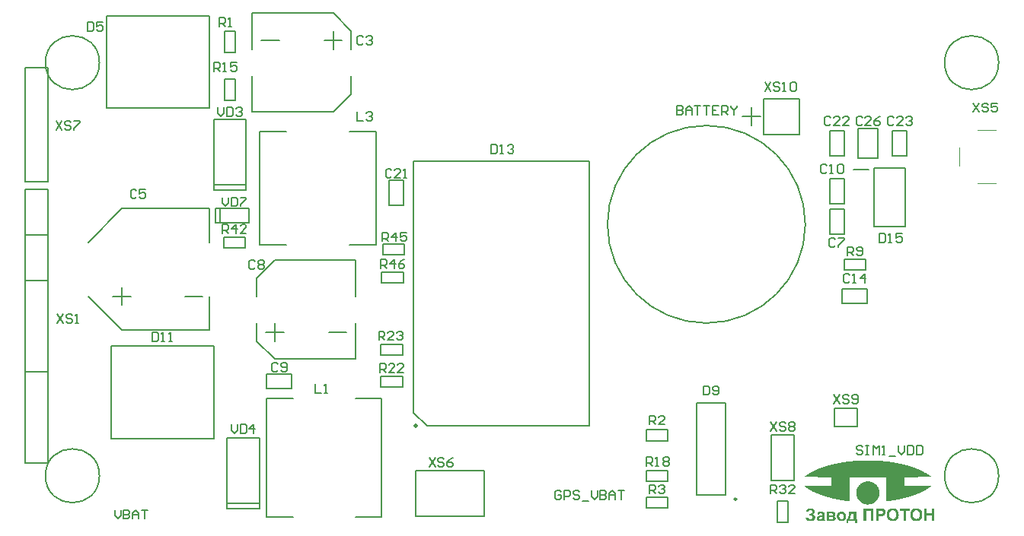
<source format=gbr>
G04*
G04 #@! TF.GenerationSoftware,Altium Limited,Altium Designer,22.8.2 (66)*
G04*
G04 Layer_Color=65535*
%FSLAX44Y44*%
%MOMM*%
G71*
G04*
G04 #@! TF.SameCoordinates,CF27D90D-B1D3-4D20-95BB-87DB92CEE313*
G04*
G04*
G04 #@! TF.FilePolarity,Positive*
G04*
G01*
G75*
%ADD10C,0.2500*%
%ADD11C,0.2000*%
%ADD12C,0.5000*%
%ADD13C,0.1500*%
%ADD14C,0.1000*%
G36*
X948514Y77060D02*
X948531Y77026D01*
X948599Y77009D01*
X950756Y76983D01*
X951352Y76967D01*
X951446Y76941D01*
X952375Y76915D01*
X952887Y76898D01*
X953330Y76881D01*
X953424Y76856D01*
X954165Y76830D01*
X954575Y76813D01*
X954916Y76796D01*
X954992Y76770D01*
X955666Y76745D01*
X956007Y76728D01*
X956314Y76711D01*
X956390Y76685D01*
X956510Y76702D01*
X956714Y76668D01*
X957447Y76651D01*
X957498Y76634D01*
X957618Y76617D01*
X957874Y76600D01*
X957925Y76583D01*
X958590Y76566D01*
X958641Y76549D01*
X958709Y76532D01*
X959144Y76506D01*
X959417Y76489D01*
X959655Y76472D01*
X959732Y76446D01*
X960422Y76404D01*
X960627Y76387D01*
X960721Y76361D01*
X961121Y76336D01*
X961360Y76319D01*
X961531Y76302D01*
X961599Y76284D01*
X961624Y76276D01*
X961675Y76293D01*
X961727Y76276D01*
X961897Y76259D01*
X962238Y76242D01*
X962272Y76225D01*
X962323Y76242D01*
X962409Y76208D01*
X962630Y76191D01*
X962681Y76174D01*
X963159Y76157D01*
X963244Y76123D01*
X963559Y76097D01*
X963798Y76080D01*
X963969Y76063D01*
X964062Y76037D01*
X964523Y76003D01*
X964761Y75969D01*
X964812Y75952D01*
X965273Y75918D01*
X965435Y75892D01*
X965520Y75875D01*
X965750Y75850D01*
X966006Y75833D01*
X966040Y75816D01*
X966091Y75833D01*
X966176Y75799D01*
X966389Y75773D01*
X966611Y75756D01*
X966765Y75739D01*
X966858Y75713D01*
X967233Y75679D01*
X967404Y75662D01*
X967540Y75628D01*
X968052Y75577D01*
X968171Y75543D01*
X968393Y75526D01*
X968461Y75509D01*
X968665Y75492D01*
X968717Y75475D01*
X968836Y75458D01*
X968887Y75441D01*
X969194Y75424D01*
X969245Y75406D01*
X969373Y75381D01*
X969509Y75364D01*
X969697Y75347D01*
X969902Y75313D01*
X969970Y75296D01*
X970106Y75279D01*
X970294Y75262D01*
X970379Y75245D01*
X970481Y75227D01*
X970549Y75210D01*
X970703Y75193D01*
X970873Y75176D01*
X970958Y75159D01*
X971027Y75142D01*
X971112Y75125D01*
X971300Y75108D01*
X971385Y75091D01*
X971521Y75074D01*
X971615Y75048D01*
X971683Y75031D01*
X971982Y75006D01*
X972075Y74980D01*
X972143Y74963D01*
X972365Y74946D01*
X972570Y74912D01*
X972774Y74861D01*
X972979Y74844D01*
X973030Y74827D01*
X973149Y74810D01*
X973201Y74793D01*
X973371Y74776D01*
X973516Y74750D01*
X973601Y74733D01*
X973669Y74716D01*
X973823Y74699D01*
X974027Y74665D01*
X974113Y74648D01*
X974206Y74622D01*
X974428Y74605D01*
X974479Y74588D01*
X974547Y74571D01*
X974752Y74537D01*
X974922Y74520D01*
X975008Y74486D01*
X975127Y74469D01*
X975195Y74452D01*
X975383Y74435D01*
X975434Y74418D01*
X975545Y74392D01*
X975613Y74375D01*
X975800Y74358D01*
X975945Y74315D01*
X976312Y74256D01*
X976448Y74222D01*
X976602Y74205D01*
X976704Y74187D01*
X976772Y74170D01*
X976917Y74128D01*
X977139Y74111D01*
X977224Y74077D01*
X977292Y74060D01*
X977411Y74043D01*
X977565Y74026D01*
X977616Y74008D01*
X977735Y73974D01*
X977932Y73949D01*
X978000Y73932D01*
X978093Y73906D01*
X978332Y73872D01*
X978452Y73838D01*
X978588Y73804D01*
X978758Y73787D01*
X978810Y73770D01*
X979014Y73719D01*
X979185Y73702D01*
X979270Y73667D01*
X979338Y73650D01*
X979457Y73633D01*
X979594Y73616D01*
X979679Y73582D01*
X979747Y73565D01*
X979986Y73531D01*
X980071Y73497D01*
X980191Y73480D01*
X980259Y73463D01*
X980387Y73437D01*
X980531Y73395D01*
X980702Y73378D01*
X980753Y73361D01*
X980872Y73327D01*
X980941Y73309D01*
X981103Y73284D01*
X981179Y73258D01*
X981316Y73224D01*
X981469Y73207D01*
X981554Y73173D01*
X981665Y73148D01*
X981802Y73130D01*
X981998Y73071D01*
X982219Y73037D01*
X982305Y73003D01*
X982373Y72986D01*
X982526Y72969D01*
X982611Y72934D01*
X982731Y72900D01*
X982884Y72883D01*
X982969Y72849D01*
X983106Y72815D01*
X983242Y72798D01*
X983327Y72764D01*
X983464Y72730D01*
X983583Y72713D01*
X983668Y72679D01*
X983873Y72645D01*
X983984Y72602D01*
X984052Y72585D01*
X984154Y72568D01*
X984240Y72551D01*
X984325Y72517D01*
X984393Y72500D01*
X984581Y72466D01*
X984691Y72423D01*
X984811Y72406D01*
X984904Y72380D01*
X985049Y72338D01*
X985169Y72321D01*
X985390Y72252D01*
X985510Y72235D01*
X985620Y72193D01*
X985689Y72176D01*
X985859Y72142D01*
X985970Y72099D01*
X986089Y72082D01*
X986226Y72048D01*
X986311Y72014D01*
X986379Y71997D01*
X986507Y71971D01*
X986592Y71937D01*
X986661Y71920D01*
X986763Y71903D01*
X986848Y71869D01*
X986942Y71843D01*
X987087Y71818D01*
X987172Y71784D01*
X987266Y71758D01*
X987394Y71733D01*
X987479Y71698D01*
X987547Y71681D01*
X987649Y71664D01*
X987735Y71630D01*
X987811Y71605D01*
X987879Y71588D01*
X987999Y71571D01*
X988118Y71519D01*
X988238Y71502D01*
X988348Y71460D01*
X988442Y71434D01*
X988510Y71417D01*
X988596Y71400D01*
X988715Y71349D01*
X988851Y71332D01*
X988971Y71281D01*
X989039Y71264D01*
X989167Y71238D01*
X989260Y71196D01*
X989329Y71178D01*
X989456Y71153D01*
X989482Y71127D01*
X989593Y71102D01*
X989695Y71085D01*
X989840Y71025D01*
X989942Y71008D01*
X990028Y70974D01*
X990147Y70940D01*
X990300Y70906D01*
X990420Y70855D01*
X990522Y70837D01*
X990641Y70786D01*
X990710Y70769D01*
X990803Y70744D01*
X990889Y70710D01*
X990957Y70693D01*
X991042Y70676D01*
X991127Y70641D01*
X991204Y70616D01*
X991315Y70590D01*
X991426Y70548D01*
X991562Y70514D01*
X991681Y70462D01*
X991860Y70420D01*
X991954Y70377D01*
X992022Y70360D01*
X992125Y70343D01*
X992244Y70292D01*
X992380Y70258D01*
X992500Y70207D01*
X992636Y70173D01*
X992755Y70121D01*
X992883Y70096D01*
X993028Y70036D01*
X993139Y70011D01*
X993284Y69951D01*
X993386Y69934D01*
X993540Y69866D01*
X993642Y69849D01*
X993676Y69815D01*
X993881Y69763D01*
X994000Y69712D01*
X994111Y69687D01*
X994256Y69627D01*
X994367Y69601D01*
X994443Y69559D01*
X994511Y69542D01*
X994605Y69516D01*
X994631Y69491D01*
X994835Y69440D01*
X994955Y69388D01*
X995176Y69303D01*
X995279Y69286D01*
X995432Y69218D01*
X995526Y69192D01*
X995620Y69150D01*
X995688Y69133D01*
X995910Y69047D01*
X995995Y69030D01*
X996029Y68996D01*
X996097Y68979D01*
X996191Y68954D01*
X996336Y68894D01*
X996430Y68868D01*
X996455Y68843D01*
X996591Y68809D01*
X996677Y68774D01*
X996796Y68723D01*
X996890Y68698D01*
X996966Y68655D01*
X997077Y68630D01*
X997171Y68587D01*
X997256Y68553D01*
X997342Y68536D01*
X997376Y68502D01*
X997444Y68485D01*
X997538Y68459D01*
X997648Y68400D01*
X997751Y68382D01*
X997785Y68348D01*
X997904Y68314D01*
X997972Y68297D01*
X998007Y68263D01*
X998126Y68229D01*
X998194Y68212D01*
X998228Y68178D01*
X998347Y68144D01*
X998501Y68076D01*
X998569Y68059D01*
X998723Y67990D01*
X998791Y67973D01*
X998944Y67905D01*
X999012Y67888D01*
X999098Y67837D01*
X999166Y67820D01*
X999319Y67752D01*
X999387Y67735D01*
X999541Y67666D01*
X999652Y67624D01*
X999677Y67598D01*
X999771Y67573D01*
X999856Y67538D01*
X999882Y67513D01*
X999950Y67496D01*
X1000044Y67470D01*
X1000086Y67428D01*
X1000197Y67402D01*
X1000376Y67325D01*
X1000530Y67257D01*
X1000615Y67223D01*
X1000734Y67172D01*
X1000803Y67155D01*
X1000837Y67121D01*
X1000922Y67087D01*
X1001007Y67070D01*
X1001041Y67036D01*
X1001126Y67002D01*
X1001195Y66984D01*
X1001229Y66950D01*
X1001297Y66933D01*
X1001408Y66891D01*
X1001450Y66848D01*
X1001578Y66823D01*
X1001621Y66780D01*
X1001715Y66754D01*
X1001825Y66695D01*
X1001894Y66677D01*
X1002269Y66507D01*
X1002337Y66490D01*
X1002388Y66439D01*
X1002490Y66422D01*
X1002524Y66388D01*
X1002610Y66354D01*
X1002797Y66268D01*
X1002882Y66234D01*
X1003002Y66183D01*
X1003087Y66132D01*
X1003172Y66098D01*
X1003223Y66081D01*
X1003309Y66030D01*
X1003394Y65996D01*
X1003513Y65944D01*
X1003735Y65842D01*
X1003769Y65825D01*
X1004059Y65689D01*
X1004246Y65603D01*
X1004280Y65586D01*
X1004314Y65552D01*
X1004451Y65501D01*
X1004485Y65467D01*
X1004621Y65433D01*
X1004672Y65382D01*
X1004766Y65356D01*
X1004792Y65331D01*
X1004826Y65314D01*
X1004911Y65279D01*
X1004945Y65262D01*
X1004979Y65228D01*
X1005116Y65177D01*
X1005150Y65143D01*
X1005218Y65126D01*
X1005303Y65075D01*
X1005389Y65041D01*
X1005474Y64990D01*
X1005559Y64956D01*
X1005593Y64939D01*
X1005678Y64887D01*
X1005764Y64853D01*
X1005798Y64819D01*
X1005934Y64768D01*
X1005968Y64734D01*
X1006036Y64717D01*
X1006122Y64666D01*
X1006207Y64632D01*
X1006292Y64580D01*
X1006412Y64512D01*
X1006531Y64461D01*
X1006565Y64444D01*
X1006599Y64410D01*
X1006736Y64359D01*
X1006769Y64325D01*
X1006880Y64282D01*
X1006923Y64240D01*
X1007034Y64197D01*
X1007145Y64137D01*
X1007179Y64120D01*
X1007213Y64086D01*
X1007298Y64052D01*
X1007520Y63933D01*
X1008440Y63421D01*
X1008560Y63353D01*
X1008713Y63268D01*
X1008832Y63200D01*
X1008986Y63114D01*
X1009105Y63046D01*
X1009259Y62961D01*
X1009293Y62927D01*
X1009378Y62893D01*
X1009412Y62859D01*
X1009566Y62773D01*
X1009685Y62705D01*
X1009719Y62671D01*
X1009787Y62654D01*
X1009821Y62620D01*
X1009855Y62603D01*
X1010094Y62467D01*
X1010128Y62432D01*
X1010486Y62228D01*
X1010537Y62177D01*
X1010605Y62160D01*
X1010657Y62108D01*
X1010895Y61972D01*
X1010929Y61938D01*
X1011168Y61802D01*
X1011202Y61768D01*
X1011253Y61750D01*
X1011304Y61699D01*
X1011543Y61563D01*
X1011577Y61529D01*
X1011663Y61478D01*
X1011697Y61444D01*
X1011765Y61427D01*
X1011816Y61375D01*
X1011901Y61324D01*
X1012021Y61256D01*
X1012072Y61205D01*
X1012157Y61154D01*
X1012276Y61086D01*
X1012327Y61034D01*
X1012413Y60983D01*
X1012575Y60872D01*
X1012668Y60813D01*
X1012711Y60787D01*
X1012720Y60779D01*
X1012839Y60693D01*
X1012873Y60676D01*
X1012907Y60642D01*
X1012992Y60591D01*
X1013044Y60540D01*
X1013095Y60523D01*
X1013129Y60489D01*
X1013163Y60472D01*
X1013521Y60216D01*
X1013555Y60199D01*
X1013606Y60148D01*
X1013691Y60097D01*
X1013726Y60063D01*
X1013811Y60012D01*
X1013845Y59977D01*
X1013930Y59926D01*
X1013964Y59892D01*
X1014049Y59841D01*
X1014083Y59807D01*
X1014160Y59764D01*
X1014169Y59739D01*
X1014254Y59688D01*
X1014288Y59653D01*
X1014373Y59602D01*
X1014407Y59568D01*
X1014442Y59551D01*
X1014484Y59526D01*
X1014493Y59500D01*
X1014527Y59483D01*
X1014621Y59406D01*
X1014714Y59347D01*
X1014748Y59313D01*
X1014782Y59295D01*
X1014834Y59244D01*
X1014868Y59227D01*
X1014919Y59176D01*
X1014953Y59159D01*
X1015047Y59082D01*
X1015192Y58972D01*
X1015217Y58963D01*
X1015234Y58929D01*
X1015328Y58869D01*
X1015379Y58818D01*
X1015413Y58801D01*
X1015464Y58750D01*
X1015550Y58699D01*
X1015618Y58630D01*
X1015652Y58614D01*
X1015686Y58579D01*
X1015720Y58562D01*
X1015729Y58503D01*
X985211Y58486D01*
X985194Y58435D01*
X985211Y48955D01*
X985237Y48930D01*
X1015737Y48913D01*
X1015746Y48887D01*
X1015686Y48828D01*
X1015652Y48810D01*
X1015618Y48776D01*
X1015584Y48759D01*
X1015516Y48691D01*
X1015481Y48674D01*
X1015430Y48623D01*
X1015396Y48606D01*
X1015303Y48529D01*
X1015243Y48486D01*
X1015209Y48452D01*
X1015175Y48435D01*
X1015106Y48367D01*
X1015021Y48316D01*
X1014987Y48282D01*
X1014953Y48265D01*
X1014902Y48214D01*
X1014817Y48163D01*
X1014765Y48111D01*
X1014731Y48094D01*
X1014680Y48043D01*
X1014595Y47992D01*
X1014561Y47958D01*
X1014527Y47941D01*
X1014459Y47873D01*
X1014373Y47822D01*
X1014339Y47787D01*
X1014254Y47736D01*
X1014220Y47702D01*
X1014186Y47685D01*
X1014135Y47634D01*
X1014049Y47583D01*
X1014015Y47549D01*
X1013930Y47498D01*
X1013896Y47464D01*
X1013862Y47446D01*
X1013811Y47395D01*
X1013726Y47344D01*
X1013691Y47310D01*
X1013606Y47259D01*
X1013572Y47225D01*
X1013487Y47174D01*
X1013453Y47140D01*
X1013367Y47088D01*
X1013248Y47003D01*
X1013214Y46969D01*
X1013163Y46952D01*
X1013112Y46901D01*
X1012992Y46833D01*
X1012958Y46799D01*
X1012873Y46747D01*
X1012754Y46662D01*
X1012541Y46517D01*
X1012515Y46492D01*
X1012430Y46441D01*
X1012396Y46406D01*
X1012310Y46372D01*
X1012259Y46321D01*
X1012174Y46270D01*
X1012055Y46202D01*
X1012003Y46151D01*
X1011918Y46100D01*
X1011799Y46031D01*
X1011765Y45997D01*
X1011646Y45929D01*
X1011526Y45844D01*
X1011407Y45776D01*
X1011373Y45742D01*
X1011322Y45725D01*
X1011270Y45673D01*
X1011185Y45639D01*
X1011134Y45588D01*
X1011049Y45554D01*
X1010998Y45503D01*
X1010929Y45486D01*
X1010861Y45418D01*
X1010776Y45384D01*
X1010742Y45349D01*
X1010503Y45213D01*
X1010469Y45179D01*
X1010375Y45136D01*
X1010367Y45111D01*
X1010282Y45077D01*
X1010247Y45060D01*
X1010196Y45009D01*
X1009975Y44889D01*
X1009941Y44855D01*
X1009855Y44821D01*
X1009804Y44770D01*
X1009719Y44736D01*
X1009685Y44702D01*
X1009600Y44668D01*
X1009566Y44651D01*
X1009531Y44616D01*
X1009412Y44548D01*
X1009259Y44463D01*
X1009139Y44395D01*
X1008986Y44310D01*
X1008952Y44275D01*
X1008884Y44258D01*
X1008832Y44207D01*
X1008747Y44173D01*
X1008713Y44156D01*
X1008679Y44122D01*
X1008594Y44088D01*
X1008492Y44020D01*
X1008440Y44003D01*
X1008406Y43969D01*
X1008321Y43934D01*
X1008287Y43917D01*
X1008236Y43866D01*
X1008167Y43849D01*
X1008065Y43781D01*
X1007810Y43645D01*
X1007503Y43474D01*
X1007417Y43440D01*
X1007383Y43423D01*
X1007349Y43389D01*
X1007264Y43355D01*
X1007230Y43338D01*
X1007196Y43304D01*
X1007085Y43261D01*
X1007042Y43218D01*
X1006932Y43176D01*
X1006906Y43150D01*
X1006821Y43116D01*
X1006599Y42997D01*
X1006105Y42741D01*
X1004860Y42127D01*
X1004229Y41820D01*
X1003513Y41479D01*
X1003462Y41462D01*
X1003377Y41411D01*
X1003266Y41369D01*
X1003095Y41283D01*
X1003002Y41241D01*
X1002934Y41224D01*
X1002899Y41190D01*
X1002814Y41156D01*
X1002746Y41138D01*
X1002712Y41104D01*
X1002627Y41070D01*
X1002559Y41053D01*
X1002524Y41019D01*
X1002362Y40960D01*
X1002286Y40917D01*
X1002175Y40874D01*
X1002149Y40849D01*
X1002081Y40832D01*
X1001894Y40746D01*
X1001825Y40729D01*
X1001791Y40695D01*
X1001629Y40635D01*
X1001553Y40593D01*
X1001484Y40576D01*
X1001450Y40559D01*
X1001331Y40508D01*
X1001143Y40422D01*
X1001075Y40405D01*
X1000973Y40337D01*
X1000888Y40320D01*
X1000581Y40184D01*
X1000470Y40141D01*
X1000444Y40115D01*
X1000376Y40099D01*
X1000283Y40073D01*
X1000240Y40030D01*
X1000172Y40013D01*
X1000061Y39971D01*
X999967Y39928D01*
X999899Y39911D01*
X999865Y39877D01*
X999797Y39860D01*
X999686Y39817D01*
X999592Y39774D01*
X999524Y39757D01*
X999370Y39689D01*
X999259Y39647D01*
X999166Y39604D01*
X999072Y39578D01*
X999046Y39553D01*
X998833Y39476D01*
X998808Y39451D01*
X998697Y39425D01*
X998518Y39348D01*
X998450Y39331D01*
X998330Y39280D01*
X998245Y39246D01*
X998126Y39195D01*
X998032Y39169D01*
X998007Y39144D01*
X997887Y39110D01*
X997734Y39042D01*
X997665Y39024D01*
X997512Y38956D01*
X997418Y38931D01*
X997359Y38905D01*
X997273Y38871D01*
X997205Y38854D01*
X997171Y38837D01*
X997052Y38786D01*
X996966Y38769D01*
X996932Y38735D01*
X996796Y38700D01*
X996643Y38632D01*
X996574Y38615D01*
X996353Y38530D01*
X996259Y38504D01*
X996233Y38479D01*
X996097Y38445D01*
X995978Y38394D01*
X995764Y38317D01*
X995671Y38291D01*
X995551Y38240D01*
X995466Y38206D01*
X995364Y38189D01*
X995330Y38155D01*
X995125Y38104D01*
X995091Y38070D01*
X994980Y38044D01*
X994895Y38010D01*
X994784Y37967D01*
X994682Y37950D01*
X994529Y37882D01*
X994426Y37865D01*
X994392Y37831D01*
X994256Y37797D01*
X994136Y37746D01*
X994000Y37712D01*
X993881Y37661D01*
X993744Y37626D01*
X993625Y37575D01*
X993488Y37541D01*
X993369Y37490D01*
X993301Y37473D01*
X993190Y37430D01*
X993045Y37388D01*
X992977Y37371D01*
X992858Y37320D01*
X992730Y37294D01*
X992585Y37234D01*
X992483Y37217D01*
X992329Y37149D01*
X992201Y37123D01*
X992108Y37081D01*
X992039Y37064D01*
X991946Y37038D01*
X991852Y36996D01*
X991673Y36953D01*
X991579Y36910D01*
X991460Y36893D01*
X991306Y36825D01*
X991178Y36799D01*
X991093Y36765D01*
X990999Y36740D01*
X990889Y36714D01*
X990795Y36672D01*
X990727Y36655D01*
X990624Y36638D01*
X990505Y36586D01*
X990437Y36569D01*
X990343Y36544D01*
X990232Y36501D01*
X990104Y36476D01*
X990045Y36450D01*
X989959Y36416D01*
X989815Y36390D01*
X989721Y36348D01*
X989542Y36305D01*
X989456Y36271D01*
X989388Y36254D01*
X989286Y36237D01*
X989201Y36203D01*
X989056Y36160D01*
X988953Y36143D01*
X988834Y36092D01*
X988655Y36049D01*
X988544Y36007D01*
X988408Y35990D01*
X988289Y35939D01*
X988221Y35921D01*
X988118Y35905D01*
X988033Y35870D01*
X987914Y35836D01*
X987811Y35819D01*
X987692Y35768D01*
X987547Y35742D01*
X987351Y35683D01*
X987172Y35640D01*
X987061Y35598D01*
X986916Y35572D01*
X986805Y35529D01*
X986737Y35512D01*
X986601Y35495D01*
X986481Y35444D01*
X986362Y35427D01*
X986294Y35410D01*
X986209Y35376D01*
X986072Y35342D01*
X985970Y35325D01*
X985885Y35291D01*
X985817Y35274D01*
X985638Y35231D01*
X985561Y35206D01*
X985493Y35188D01*
X985348Y35163D01*
X985263Y35129D01*
X985194Y35112D01*
X985092Y35095D01*
X985024Y35078D01*
X984879Y35035D01*
X984811Y35018D01*
X984691Y35001D01*
X984606Y34967D01*
X984470Y34933D01*
X984350Y34916D01*
X984265Y34881D01*
X984197Y34864D01*
X984078Y34848D01*
X983967Y34805D01*
X983899Y34788D01*
X983796Y34771D01*
X983660Y34737D01*
X983566Y34711D01*
X983498Y34694D01*
X983362Y34677D01*
X983242Y34626D01*
X983123Y34609D01*
X982995Y34583D01*
X982884Y34541D01*
X982637Y34498D01*
X982526Y34455D01*
X982356Y34438D01*
X982305Y34421D01*
X982219Y34387D01*
X982100Y34370D01*
X981989Y34344D01*
X981921Y34327D01*
X981827Y34302D01*
X981759Y34285D01*
X981589Y34268D01*
X981503Y34234D01*
X981384Y34200D01*
X981230Y34183D01*
X981145Y34148D01*
X981077Y34131D01*
X980830Y34089D01*
X980685Y34046D01*
X980523Y34021D01*
X980318Y33969D01*
X980114Y33935D01*
X979969Y33893D01*
X979901Y33876D01*
X979713Y33859D01*
X979662Y33842D01*
X979577Y33807D01*
X979457Y33790D01*
X979313Y33765D01*
X979244Y33748D01*
X979167Y33722D01*
X978903Y33680D01*
X978810Y33654D01*
X978741Y33637D01*
X978562Y33611D01*
X978358Y33560D01*
X978136Y33526D01*
X978068Y33509D01*
X977974Y33484D01*
X977855Y33466D01*
X977710Y33441D01*
X977616Y33415D01*
X977548Y33398D01*
X977429Y33381D01*
X977284Y33356D01*
X977198Y33339D01*
X977062Y33305D01*
X976926Y33287D01*
X976781Y33262D01*
X976695Y33228D01*
X976465Y33202D01*
X976380Y33185D01*
X976286Y33160D01*
X976218Y33143D01*
X976013Y33126D01*
X975928Y33091D01*
X975783Y33066D01*
X975647Y33049D01*
X975485Y33023D01*
X975400Y32989D01*
X975170Y32964D01*
X975084Y32947D01*
X974982Y32929D01*
X974888Y32904D01*
X974820Y32887D01*
X974615Y32870D01*
X974530Y32836D01*
X974334Y32810D01*
X974164Y32793D01*
X974096Y32776D01*
X974002Y32750D01*
X973934Y32733D01*
X973669Y32708D01*
X973601Y32691D01*
X973524Y32665D01*
X973354Y32648D01*
X973115Y32614D01*
X973030Y32580D01*
X972646Y32537D01*
X972553Y32512D01*
X972433Y32495D01*
X972365Y32478D01*
X972160Y32461D01*
X972109Y32444D01*
X971964Y32418D01*
X971581Y32375D01*
X971496Y32341D01*
X971376Y32324D01*
X971129Y32299D01*
X971061Y32282D01*
X970958Y32265D01*
X970873Y32248D01*
X970686Y32231D01*
X970549Y32213D01*
X970413Y32179D01*
X970183Y32154D01*
X969970Y32128D01*
X969902Y32111D01*
X969808Y32085D01*
X969492Y32060D01*
X969330Y32034D01*
X969279Y32017D01*
X969211Y32000D01*
X968904Y31983D01*
X968853Y31966D01*
X968734Y31949D01*
X968682Y31932D01*
X968418Y31906D01*
X968265Y31890D01*
X968077Y31855D01*
X967941Y31838D01*
X967753Y31821D01*
X967600Y31804D01*
X967515Y31787D01*
X967412Y31770D01*
X967327Y31753D01*
X967054Y31736D01*
X966969Y31719D01*
X966867Y31702D01*
X966517Y31659D01*
X966279Y31642D01*
X966227Y31625D01*
X966066Y31600D01*
X965878Y31583D01*
X965656Y31566D01*
X965486Y31532D01*
X965332Y31514D01*
X965128Y31497D01*
X965068Y31489D01*
X965008Y31532D01*
X964992Y58469D01*
X964966Y58494D01*
X924151Y58477D01*
X924126Y58400D01*
X924109Y31514D01*
X924083Y31489D01*
X923861Y31506D01*
X923563Y31549D01*
X923478Y31566D01*
X923256Y31583D01*
X923068Y31600D01*
X922966Y31617D01*
X922881Y31634D01*
X922745Y31651D01*
X922523Y31668D01*
X922386Y31685D01*
X922165Y31719D01*
X922080Y31736D01*
X921807Y31753D01*
X921722Y31770D01*
X921619Y31787D01*
X921534Y31804D01*
X921381Y31821D01*
X921193Y31838D01*
X921057Y31855D01*
X920988Y31872D01*
X920758Y31898D01*
X920639Y31915D01*
X920409Y31941D01*
X920315Y31966D01*
X920145Y31983D01*
X920025Y32000D01*
X919821Y32017D01*
X919735Y32051D01*
X919463Y32069D01*
X919395Y32085D01*
X919241Y32103D01*
X919190Y32120D01*
X919122Y32137D01*
X918900Y32154D01*
X918678Y32188D01*
X918627Y32205D01*
X918508Y32222D01*
X918337Y32239D01*
X918201Y32256D01*
X918150Y32273D01*
X918005Y32299D01*
X917869Y32316D01*
X917681Y32333D01*
X917613Y32350D01*
X917536Y32375D01*
X917323Y32401D01*
X917170Y32418D01*
X917084Y32435D01*
X916982Y32452D01*
X916888Y32478D01*
X916633Y32495D01*
X916581Y32512D01*
X916488Y32537D01*
X916385Y32554D01*
X916215Y32571D01*
X916078Y32589D01*
X916002Y32614D01*
X915934Y32631D01*
X915669Y32657D01*
X915584Y32674D01*
X915490Y32699D01*
X915422Y32716D01*
X915192Y32742D01*
X915090Y32759D01*
X914996Y32785D01*
X914928Y32802D01*
X914689Y32819D01*
X914638Y32836D01*
X914553Y32853D01*
X914501Y32870D01*
X914433Y32887D01*
X914212Y32904D01*
X914126Y32938D01*
X913964Y32964D01*
X913734Y32989D01*
X913564Y33040D01*
X913351Y33066D01*
X913282Y33083D01*
X913197Y33100D01*
X913129Y33117D01*
X913027Y33134D01*
X912873Y33151D01*
X912805Y33168D01*
X912711Y33194D01*
X912473Y33228D01*
X912285Y33279D01*
X912072Y33305D01*
X911936Y33339D01*
X911765Y33373D01*
X911544Y33407D01*
X911450Y33432D01*
X911382Y33449D01*
X911262Y33466D01*
X911134Y33492D01*
X910998Y33526D01*
X910896Y33543D01*
X910708Y33577D01*
X910614Y33603D01*
X910495Y33620D01*
X910427Y33637D01*
X910290Y33654D01*
X910205Y33688D01*
X909958Y33731D01*
X909822Y33765D01*
X909736Y33782D01*
X909600Y33799D01*
X909532Y33816D01*
X909455Y33842D01*
X909387Y33859D01*
X909148Y33893D01*
X909097Y33910D01*
X908978Y33944D01*
X908816Y33969D01*
X908611Y34021D01*
X908407Y34055D01*
X908296Y34097D01*
X908031Y34140D01*
X907938Y34165D01*
X907818Y34200D01*
X907665Y34217D01*
X907580Y34251D01*
X907512Y34268D01*
X907392Y34285D01*
X907290Y34302D01*
X907205Y34336D01*
X907136Y34353D01*
X906889Y34396D01*
X906778Y34438D01*
X906582Y34464D01*
X906471Y34506D01*
X906352Y34523D01*
X906284Y34541D01*
X906199Y34558D01*
X906114Y34592D01*
X905994Y34609D01*
X905866Y34634D01*
X905755Y34677D01*
X905636Y34694D01*
X905525Y34720D01*
X905380Y34762D01*
X905261Y34779D01*
X905039Y34848D01*
X904894Y34873D01*
X904698Y34933D01*
X904562Y34950D01*
X904477Y34984D01*
X904357Y35018D01*
X904221Y35035D01*
X904102Y35086D01*
X903982Y35103D01*
X903872Y35129D01*
X903761Y35171D01*
X903599Y35197D01*
X903403Y35257D01*
X903335Y35274D01*
X903232Y35291D01*
X903147Y35325D01*
X903079Y35342D01*
X902951Y35367D01*
X902840Y35410D01*
X902721Y35427D01*
X902584Y35461D01*
X902499Y35495D01*
X902431Y35512D01*
X902303Y35538D01*
X902218Y35572D01*
X902150Y35589D01*
X902047Y35606D01*
X901936Y35649D01*
X901868Y35666D01*
X901689Y35708D01*
X901544Y35751D01*
X901391Y35785D01*
X901306Y35819D01*
X901237Y35836D01*
X901127Y35862D01*
X901041Y35896D01*
X900973Y35913D01*
X900871Y35930D01*
X900786Y35964D01*
X900692Y35990D01*
X900624Y36007D01*
X900530Y36032D01*
X900453Y36058D01*
X900385Y36075D01*
X900232Y36109D01*
X900112Y36160D01*
X899984Y36186D01*
X899874Y36228D01*
X899805Y36245D01*
X899678Y36271D01*
X899584Y36314D01*
X899405Y36356D01*
X899294Y36399D01*
X899149Y36425D01*
X899055Y36467D01*
X898919Y36501D01*
X898825Y36527D01*
X898714Y36569D01*
X898612Y36586D01*
X898493Y36638D01*
X898425Y36655D01*
X898322Y36672D01*
X898203Y36723D01*
X898135Y36740D01*
X898041Y36765D01*
X897947Y36808D01*
X897828Y36825D01*
X897674Y36893D01*
X897555Y36910D01*
X897402Y36978D01*
X897265Y36996D01*
X897112Y37064D01*
X897009Y37081D01*
X896924Y37132D01*
X896805Y37149D01*
X896583Y37234D01*
X896481Y37251D01*
X896362Y37302D01*
X896225Y37337D01*
X896106Y37388D01*
X895995Y37413D01*
X895901Y37456D01*
X895833Y37473D01*
X895739Y37499D01*
X895646Y37541D01*
X895577Y37558D01*
X895483Y37584D01*
X895390Y37626D01*
X895279Y37652D01*
X895194Y37686D01*
X895117Y37712D01*
X895049Y37729D01*
X894930Y37780D01*
X894861Y37797D01*
X894640Y37882D01*
X894529Y37908D01*
X894435Y37950D01*
X894367Y37967D01*
X894273Y37993D01*
X894248Y38019D01*
X894128Y38053D01*
X894034Y38078D01*
X894009Y38104D01*
X893941Y38121D01*
X893847Y38146D01*
X893702Y38206D01*
X893608Y38232D01*
X893463Y38291D01*
X893370Y38317D01*
X893276Y38359D01*
X893207Y38377D01*
X892986Y38462D01*
X892892Y38487D01*
X892867Y38513D01*
X892798Y38530D01*
X892705Y38556D01*
X892611Y38598D01*
X892492Y38632D01*
X892338Y38700D01*
X892227Y38726D01*
X892116Y38786D01*
X892014Y38803D01*
X891980Y38837D01*
X891912Y38854D01*
X891690Y38939D01*
X891622Y38956D01*
X891469Y39024D01*
X891375Y39050D01*
X891298Y39093D01*
X891230Y39110D01*
X891119Y39152D01*
X891094Y39178D01*
X891025Y39195D01*
X890940Y39212D01*
X890906Y39246D01*
X890787Y39280D01*
X890633Y39348D01*
X890565Y39365D01*
X890412Y39434D01*
X890343Y39451D01*
X890190Y39519D01*
X890079Y39561D01*
X890053Y39587D01*
X889943Y39613D01*
X889764Y39689D01*
X889696Y39706D01*
X889661Y39741D01*
X889593Y39757D01*
X889482Y39800D01*
X889389Y39843D01*
X889320Y39860D01*
X889286Y39877D01*
X889167Y39928D01*
X888979Y40013D01*
X888894Y40030D01*
X888843Y40081D01*
X888690Y40115D01*
X888639Y40167D01*
X888528Y40192D01*
X888417Y40252D01*
X888323Y40278D01*
X888246Y40320D01*
X888110Y40371D01*
X887991Y40422D01*
X887803Y40508D01*
X887735Y40525D01*
X887701Y40559D01*
X887581Y40593D01*
X887547Y40610D01*
X887513Y40644D01*
X887445Y40661D01*
X887334Y40704D01*
X887309Y40729D01*
X887240Y40746D01*
X887053Y40832D01*
X886985Y40849D01*
X886951Y40883D01*
X886865Y40917D01*
X886814Y40934D01*
X886780Y40968D01*
X886712Y40985D01*
X886601Y41028D01*
X886575Y41053D01*
X886414Y41113D01*
X886388Y41138D01*
X886252Y41190D01*
X886132Y41241D01*
X885808Y41394D01*
X885723Y41428D01*
X885689Y41462D01*
X885621Y41479D01*
X885536Y41514D01*
X885450Y41565D01*
X885365Y41599D01*
X885331Y41633D01*
X885195Y41667D01*
X885143Y41718D01*
X885050Y41744D01*
X884990Y41786D01*
X884905Y41820D01*
X884837Y41838D01*
X884802Y41872D01*
X884692Y41914D01*
X884666Y41940D01*
X884581Y41974D01*
X884325Y42110D01*
X884240Y42144D01*
X884172Y42161D01*
X884138Y42196D01*
X884027Y42238D01*
X883916Y42298D01*
X883012Y42758D01*
X882688Y42929D01*
X882603Y42963D01*
X882518Y43014D01*
X882365Y43099D01*
X882279Y43133D01*
X882245Y43150D01*
X882092Y43235D01*
X882058Y43270D01*
X881989Y43287D01*
X881904Y43338D01*
X881751Y43423D01*
X881461Y43576D01*
X880694Y44003D01*
X880574Y44071D01*
X880421Y44156D01*
X880293Y44216D01*
X880285Y44241D01*
X880199Y44275D01*
X880165Y44292D01*
X880131Y44327D01*
X879978Y44412D01*
X879858Y44480D01*
X879705Y44565D01*
X879585Y44633D01*
X879551Y44668D01*
X879466Y44702D01*
X879432Y44736D01*
X879313Y44804D01*
X879159Y44889D01*
X879125Y44923D01*
X879057Y44940D01*
X879006Y44991D01*
X878921Y45026D01*
X878869Y45077D01*
X878784Y45111D01*
X878750Y45145D01*
X878512Y45281D01*
X878477Y45315D01*
X878239Y45452D01*
X878205Y45486D01*
X878085Y45554D01*
X877915Y45656D01*
X877881Y45673D01*
X877761Y45759D01*
X877727Y45776D01*
X877693Y45810D01*
X877608Y45844D01*
X877557Y45895D01*
X877471Y45946D01*
X877352Y46014D01*
X877301Y46066D01*
X877233Y46083D01*
X877165Y46151D01*
X877113Y46168D01*
X877062Y46219D01*
X876943Y46287D01*
X876824Y46372D01*
X876704Y46441D01*
X876670Y46475D01*
X876585Y46526D01*
X876551Y46560D01*
X876517Y46577D01*
X876483Y46611D01*
X876363Y46679D01*
X876329Y46713D01*
X876244Y46764D01*
X876074Y46884D01*
X876039Y46901D01*
X876005Y46935D01*
X875971Y46952D01*
X875877Y47029D01*
X875784Y47088D01*
X875681Y47157D01*
X875647Y47174D01*
X875613Y47208D01*
X875579Y47225D01*
X875528Y47276D01*
X875443Y47327D01*
X875409Y47361D01*
X875323Y47412D01*
X875289Y47446D01*
X875204Y47498D01*
X875170Y47532D01*
X875085Y47583D01*
X875051Y47617D01*
X875016Y47634D01*
X874965Y47685D01*
X874880Y47736D01*
X874846Y47770D01*
X874761Y47822D01*
X874727Y47856D01*
X874693Y47873D01*
X874641Y47924D01*
X874607Y47941D01*
X874513Y48018D01*
X874420Y48077D01*
X874369Y48128D01*
X874334Y48145D01*
X874283Y48197D01*
X874249Y48214D01*
X874198Y48265D01*
X874113Y48316D01*
X874079Y48350D01*
X874045Y48367D01*
X873951Y48444D01*
X873900Y48478D01*
X873891Y48503D01*
X873857Y48521D01*
X873763Y48597D01*
X873618Y48708D01*
X873593Y48717D01*
X873584Y48742D01*
X873550Y48759D01*
X873516Y48793D01*
X873482Y48810D01*
X873448Y48844D01*
X873414Y48861D01*
X873405Y48904D01*
X873431Y48930D01*
X903931Y48947D01*
X903948Y49015D01*
X903957Y58400D01*
X903940Y58451D01*
X903923Y58486D01*
X873422Y58503D01*
X873405Y58537D01*
X873465Y58596D01*
X873499Y58614D01*
X873550Y58665D01*
X873584Y58682D01*
X873653Y58750D01*
X873687Y58767D01*
X873738Y58818D01*
X873814Y58861D01*
X873823Y58886D01*
X873857Y58903D01*
X873951Y58980D01*
X874011Y59023D01*
X874062Y59074D01*
X874147Y59125D01*
X874181Y59159D01*
X874215Y59176D01*
X874266Y59227D01*
X874300Y59244D01*
X874369Y59313D01*
X874454Y59364D01*
X874488Y59398D01*
X874522Y59415D01*
X874573Y59466D01*
X874658Y59517D01*
X874693Y59551D01*
X874727Y59568D01*
X874880Y59688D01*
X875093Y59850D01*
X875212Y59918D01*
X875221Y59943D01*
X875255Y59960D01*
X875349Y60037D01*
X875443Y60097D01*
X875477Y60131D01*
X875562Y60182D01*
X875920Y60438D01*
X876133Y60583D01*
X876176Y60625D01*
X876227Y60642D01*
X876278Y60693D01*
X876363Y60745D01*
X876483Y60830D01*
X876602Y60898D01*
X876653Y60949D01*
X876738Y61000D01*
X876858Y61069D01*
X876909Y61120D01*
X876960Y61137D01*
X877011Y61188D01*
X877096Y61239D01*
X877216Y61307D01*
X877267Y61358D01*
X877318Y61375D01*
X877352Y61410D01*
X877471Y61478D01*
X877506Y61512D01*
X877591Y61563D01*
X877710Y61631D01*
X877812Y61699D01*
X877847Y61716D01*
X877881Y61750D01*
X878000Y61819D01*
X878188Y61938D01*
X878222Y61955D01*
X878256Y61989D01*
X878494Y62126D01*
X878529Y62160D01*
X878614Y62194D01*
X878665Y62245D01*
X878750Y62279D01*
X878784Y62313D01*
X878938Y62398D01*
X879057Y62467D01*
X879091Y62501D01*
X879159Y62518D01*
X879211Y62569D01*
X879449Y62705D01*
X879483Y62739D01*
X879594Y62782D01*
X879637Y62825D01*
X879858Y62944D01*
X880029Y63046D01*
X880182Y63131D01*
X880421Y63268D01*
X880591Y63370D01*
X881205Y63711D01*
X881461Y63847D01*
X881495Y63882D01*
X881563Y63899D01*
X881648Y63950D01*
X881955Y64120D01*
X882842Y64580D01*
X883200Y64768D01*
X883285Y64802D01*
X883541Y64939D01*
X883592Y64956D01*
X884018Y65177D01*
X884103Y65211D01*
X884359Y65348D01*
X884410Y65365D01*
X884598Y65450D01*
X885092Y65689D01*
X885450Y65859D01*
X885536Y65893D01*
X885570Y65927D01*
X885638Y65944D01*
X885825Y66030D01*
X885911Y66081D01*
X885962Y66098D01*
X886073Y66140D01*
X886115Y66183D01*
X886217Y66200D01*
X886320Y66268D01*
X886388Y66285D01*
X886575Y66371D01*
X886610Y66388D01*
X886729Y66439D01*
X886763Y66456D01*
X886848Y66507D01*
X886942Y66533D01*
X886968Y66558D01*
X887053Y66592D01*
X887121Y66609D01*
X887155Y66644D01*
X887240Y66677D01*
X887334Y66703D01*
X887445Y66763D01*
X887513Y66780D01*
X887547Y66814D01*
X887667Y66848D01*
X887701Y66865D01*
X887786Y66916D01*
X887880Y66942D01*
X887991Y67002D01*
X888084Y67027D01*
X888110Y67053D01*
X888195Y67087D01*
X888289Y67112D01*
X888332Y67155D01*
X888468Y67189D01*
X888775Y67325D01*
X888962Y67411D01*
X889056Y67436D01*
X889082Y67462D01*
X889167Y67496D01*
X889252Y67513D01*
X889337Y67564D01*
X889406Y67581D01*
X889593Y67666D01*
X889661Y67683D01*
X889696Y67717D01*
X889832Y67752D01*
X889985Y67820D01*
X890096Y67863D01*
X890122Y67888D01*
X890190Y67905D01*
X890284Y67931D01*
X890309Y67956D01*
X890395Y67990D01*
X890497Y68007D01*
X890548Y68059D01*
X890676Y68084D01*
X890787Y68144D01*
X890880Y68169D01*
X891025Y68229D01*
X891136Y68272D01*
X891162Y68297D01*
X891264Y68314D01*
X891451Y68400D01*
X891537Y68417D01*
X891690Y68485D01*
X891758Y68502D01*
X891793Y68536D01*
X891861Y68553D01*
X891954Y68579D01*
X892099Y68638D01*
X892168Y68655D01*
X892321Y68723D01*
X892415Y68749D01*
X892492Y68792D01*
X892560Y68809D01*
X892653Y68834D01*
X892798Y68894D01*
X892867Y68911D01*
X892986Y68962D01*
X893054Y68979D01*
X893207Y69047D01*
X893318Y69073D01*
X893344Y69099D01*
X893463Y69133D01*
X893685Y69218D01*
X893779Y69243D01*
X893872Y69286D01*
X893941Y69303D01*
X894034Y69329D01*
X894128Y69371D01*
X894196Y69388D01*
X894350Y69457D01*
X894478Y69482D01*
X894571Y69525D01*
X894708Y69559D01*
X894742Y69593D01*
X894947Y69644D01*
X895066Y69695D01*
X895202Y69729D01*
X895322Y69780D01*
X895432Y69806D01*
X895509Y69849D01*
X895577Y69866D01*
X895688Y69891D01*
X895765Y69934D01*
X895833Y69951D01*
X895935Y69968D01*
X895969Y70002D01*
X896174Y70053D01*
X896293Y70104D01*
X896362Y70121D01*
X896464Y70138D01*
X896498Y70173D01*
X896566Y70190D01*
X896677Y70215D01*
X896822Y70275D01*
X896933Y70300D01*
X897018Y70335D01*
X897206Y70386D01*
X897299Y70428D01*
X897367Y70445D01*
X897470Y70462D01*
X897589Y70514D01*
X897657Y70531D01*
X897751Y70556D01*
X897845Y70599D01*
X897973Y70624D01*
X898066Y70667D01*
X898135Y70684D01*
X898245Y70710D01*
X898331Y70744D01*
X898425Y70769D01*
X898535Y70795D01*
X898629Y70837D01*
X898697Y70855D01*
X898800Y70872D01*
X898919Y70923D01*
X899098Y70965D01*
X899209Y71008D01*
X899277Y71025D01*
X899362Y71042D01*
X899482Y71093D01*
X899618Y71110D01*
X899771Y71178D01*
X899908Y71196D01*
X900027Y71247D01*
X900095Y71264D01*
X900189Y71289D01*
X900300Y71332D01*
X900419Y71349D01*
X900530Y71392D01*
X900624Y71417D01*
X900803Y71460D01*
X900897Y71502D01*
X901033Y71519D01*
X901152Y71571D01*
X901220Y71588D01*
X901357Y71605D01*
X901476Y71656D01*
X901544Y71673D01*
X901647Y71690D01*
X901766Y71741D01*
X901885Y71758D01*
X901954Y71775D01*
X902039Y71809D01*
X902107Y71826D01*
X902286Y71869D01*
X902397Y71912D01*
X902533Y71929D01*
X902653Y71980D01*
X902772Y71997D01*
X902908Y72031D01*
X902993Y72065D01*
X903062Y72082D01*
X903181Y72099D01*
X903300Y72150D01*
X903462Y72176D01*
X903548Y72210D01*
X903641Y72235D01*
X903786Y72261D01*
X903855Y72278D01*
X903965Y72321D01*
X904127Y72346D01*
X904323Y72406D01*
X904460Y72423D01*
X904545Y72457D01*
X904664Y72491D01*
X904801Y72508D01*
X904920Y72559D01*
X905082Y72585D01*
X905150Y72602D01*
X905261Y72645D01*
X905423Y72670D01*
X905491Y72687D01*
X905636Y72730D01*
X905798Y72755D01*
X905909Y72798D01*
X906028Y72815D01*
X906156Y72841D01*
X906267Y72883D01*
X906386Y72900D01*
X906514Y72926D01*
X906625Y72969D01*
X906804Y72994D01*
X906872Y73011D01*
X907017Y73054D01*
X907239Y73088D01*
X907358Y73139D01*
X907546Y73156D01*
X907631Y73190D01*
X907767Y73224D01*
X907921Y73241D01*
X907972Y73258D01*
X908091Y73292D01*
X908159Y73309D01*
X908296Y73327D01*
X908347Y73344D01*
X908466Y73378D01*
X908586Y73395D01*
X908688Y73412D01*
X908739Y73429D01*
X908858Y73463D01*
X909020Y73489D01*
X909225Y73540D01*
X909429Y73574D01*
X909523Y73599D01*
X909643Y73633D01*
X909830Y73650D01*
X909881Y73667D01*
X909967Y73702D01*
X910137Y73719D01*
X910478Y73804D01*
X910648Y73821D01*
X910700Y73838D01*
X910836Y73872D01*
X910955Y73889D01*
X911083Y73915D01*
X911151Y73932D01*
X911245Y73957D01*
X911441Y73983D01*
X911509Y74000D01*
X911603Y74026D01*
X911671Y74043D01*
X911876Y74060D01*
X911927Y74077D01*
X912012Y74111D01*
X912183Y74128D01*
X912302Y74145D01*
X912387Y74179D01*
X912626Y74213D01*
X912771Y74239D01*
X912865Y74264D01*
X912933Y74281D01*
X913129Y74307D01*
X913231Y74324D01*
X913376Y74367D01*
X913598Y74384D01*
X913649Y74401D01*
X913785Y74435D01*
X914084Y74477D01*
X914152Y74494D01*
X914246Y74520D01*
X914459Y74546D01*
X914561Y74563D01*
X914646Y74580D01*
X914740Y74605D01*
X914911Y74622D01*
X915013Y74639D01*
X915064Y74656D01*
X915209Y74682D01*
X915311Y74699D01*
X915482Y74716D01*
X915575Y74742D01*
X915703Y74767D01*
X915874Y74784D01*
X915976Y74801D01*
X916070Y74827D01*
X916206Y74844D01*
X916257Y74861D01*
X916462Y74878D01*
X916513Y74895D01*
X916581Y74912D01*
X916743Y74938D01*
X916914Y74955D01*
X917119Y74989D01*
X917195Y75014D01*
X917494Y75040D01*
X917562Y75057D01*
X917655Y75083D01*
X917852Y75108D01*
X918022Y75125D01*
X918107Y75142D01*
X918176Y75159D01*
X918261Y75176D01*
X918602Y75210D01*
X918696Y75236D01*
X918840Y75262D01*
X919028Y75279D01*
X919181Y75296D01*
X919249Y75313D01*
X919352Y75330D01*
X919437Y75347D01*
X919625Y75364D01*
X919761Y75381D01*
X919829Y75398D01*
X919931Y75415D01*
X920085Y75432D01*
X920290Y75449D01*
X920383Y75475D01*
X920520Y75492D01*
X920571Y75509D01*
X920886Y75534D01*
X921023Y75551D01*
X921099Y75577D01*
X921534Y75620D01*
X921636Y75637D01*
X921705Y75654D01*
X921841Y75671D01*
X922046Y75688D01*
X922199Y75705D01*
X922361Y75731D01*
X922412Y75747D01*
X922864Y75790D01*
X923000Y75807D01*
X923077Y75833D01*
X923111Y75816D01*
X923162Y75833D01*
X923282Y75850D01*
X923605Y75867D01*
X923657Y75884D01*
X923895Y75918D01*
X924228Y75944D01*
X924381Y75961D01*
X924458Y75986D01*
X924782Y76003D01*
X924850Y76020D01*
X925114Y76046D01*
X925208Y76071D01*
X925575Y76097D01*
X925916Y76131D01*
X926009Y76157D01*
X926436Y76174D01*
X926581Y76199D01*
X926751Y76216D01*
X926845Y76242D01*
X926879Y76225D01*
X926930Y76242D01*
X927152Y76259D01*
X927441Y76276D01*
X927493Y76293D01*
X927527Y76276D01*
X927578Y76293D01*
X927646Y76310D01*
X928251Y76353D01*
X928456Y76370D01*
X928550Y76395D01*
X928984Y76421D01*
X929445Y76455D01*
X929538Y76481D01*
X929990Y76506D01*
X930468Y76540D01*
X930536Y76557D01*
X931363Y76600D01*
X931414Y76617D01*
X931687Y76634D01*
X931738Y76651D01*
X932369Y76668D01*
X932573Y76685D01*
X932624Y76702D01*
X932786Y76694D01*
X932863Y76719D01*
X933485Y76745D01*
X934184Y76779D01*
X934261Y76804D01*
X934968Y76830D01*
X935395Y76847D01*
X935753Y76864D01*
X935847Y76890D01*
X936776Y76915D01*
X937730Y76950D01*
X937799Y76967D01*
X938378Y76983D01*
X939708Y77001D01*
X940578Y77018D01*
X940629Y77052D01*
X940637Y77077D01*
X948514Y77060D01*
D02*
G37*
G36*
X945377Y53738D02*
X945428Y53720D01*
X945547Y53738D01*
X945599Y53720D01*
X945718Y53703D01*
X945914Y53678D01*
X946221Y53661D01*
X946425Y53627D01*
X946519Y53601D01*
X946783Y53576D01*
X946869Y53559D01*
X946962Y53533D01*
X947031Y53516D01*
X947201Y53499D01*
X947295Y53473D01*
X947440Y53431D01*
X947602Y53405D01*
X947798Y53345D01*
X947943Y53320D01*
X948028Y53286D01*
X948122Y53260D01*
X948250Y53235D01*
X948343Y53192D01*
X948411Y53175D01*
X948505Y53149D01*
X948616Y53107D01*
X948727Y53081D01*
X948872Y53021D01*
X948940Y53004D01*
X949093Y52936D01*
X949204Y52911D01*
X949230Y52885D01*
X949315Y52851D01*
X949417Y52834D01*
X949469Y52783D01*
X949579Y52757D01*
X949690Y52698D01*
X949801Y52655D01*
X950116Y52510D01*
X950304Y52425D01*
X950338Y52408D01*
X950372Y52374D01*
X950440Y52357D01*
X950526Y52305D01*
X950679Y52220D01*
X950764Y52186D01*
X950798Y52169D01*
X950850Y52118D01*
X950918Y52101D01*
X950969Y52050D01*
X951080Y52007D01*
X951122Y51964D01*
X951480Y51760D01*
X951531Y51709D01*
X951651Y51641D01*
X951864Y51496D01*
X951889Y51470D01*
X951983Y51427D01*
X951992Y51402D01*
X952026Y51385D01*
X952239Y51223D01*
X952333Y51163D01*
X952367Y51129D01*
X952401Y51112D01*
X952435Y51078D01*
X952469Y51061D01*
X952563Y50984D01*
X952589Y50959D01*
X952623Y50942D01*
X952691Y50873D01*
X952725Y50856D01*
X952776Y50805D01*
X952810Y50788D01*
X952878Y50720D01*
X952938Y50694D01*
X952955Y50660D01*
X952981Y50635D01*
X953015Y50618D01*
X953168Y50464D01*
X953202Y50447D01*
X953219Y50413D01*
X953253Y50396D01*
X953339Y50311D01*
X953364Y50302D01*
X953381Y50268D01*
X953407Y50243D01*
X953441Y50226D01*
X953492Y50157D01*
X953526Y50140D01*
X953611Y50055D01*
X953645Y50038D01*
X953756Y49927D01*
X953773Y49893D01*
X953859Y49808D01*
X953876Y49774D01*
X953901Y49748D01*
X953927Y49740D01*
X953944Y49706D01*
X953987Y49663D01*
X954021Y49646D01*
X954063Y49586D01*
X954114Y49535D01*
X954123Y49509D01*
X954157Y49492D01*
X954183Y49467D01*
X954200Y49433D01*
X954225Y49407D01*
X954251Y49399D01*
X954268Y49365D01*
X954336Y49296D01*
X954353Y49262D01*
X954421Y49194D01*
X954438Y49160D01*
X954507Y49092D01*
X954523Y49058D01*
X954592Y48989D01*
X954609Y48955D01*
X954660Y48904D01*
X954677Y48870D01*
X954745Y48802D01*
X954762Y48768D01*
X954882Y48614D01*
X954967Y48495D01*
X955001Y48461D01*
X955052Y48376D01*
X955171Y48205D01*
X955188Y48171D01*
X955240Y48120D01*
X955257Y48069D01*
X955308Y48018D01*
X955359Y47932D01*
X955427Y47813D01*
X955478Y47762D01*
X955512Y47677D01*
X955546Y47643D01*
X955683Y47404D01*
X955717Y47370D01*
X955760Y47259D01*
X955802Y47216D01*
X955836Y47131D01*
X955887Y47080D01*
X955913Y46986D01*
X955939Y46961D01*
X955973Y46875D01*
X956024Y46790D01*
X956058Y46756D01*
X956084Y46662D01*
X956109Y46637D01*
X956118Y46628D01*
X956160Y46517D01*
X956177Y46483D01*
X956228Y46364D01*
X956280Y46279D01*
X956314Y46193D01*
X956331Y46125D01*
X956365Y46091D01*
X956424Y45929D01*
X956450Y45904D01*
X956467Y45835D01*
X956501Y45750D01*
X956552Y45631D01*
X956569Y45563D01*
X956620Y45477D01*
X956646Y45367D01*
X956723Y45188D01*
X956740Y45085D01*
X956808Y44932D01*
X956825Y44830D01*
X956859Y44795D01*
X956885Y44685D01*
X956902Y44616D01*
X956936Y44531D01*
X956962Y44437D01*
X956987Y44310D01*
X957030Y44216D01*
X957047Y44096D01*
X957072Y44003D01*
X957115Y43858D01*
X957132Y43738D01*
X957158Y43645D01*
X957200Y43500D01*
X957226Y43287D01*
X957243Y43218D01*
X957268Y43125D01*
X957285Y43005D01*
X957319Y42733D01*
X957337Y42681D01*
X957371Y42443D01*
X957388Y42119D01*
X957405Y42068D01*
X957422Y41863D01*
X957439Y41812D01*
X957422Y41693D01*
X957439Y41641D01*
X957456Y41573D01*
X957439Y39851D01*
X957422Y39800D01*
X957405Y39681D01*
X957379Y39468D01*
X957362Y39195D01*
X957345Y39093D01*
X957328Y39007D01*
X957311Y38939D01*
X957294Y38803D01*
X957277Y38632D01*
X957260Y38547D01*
X957234Y38470D01*
X957217Y38402D01*
X957192Y38189D01*
X957149Y38044D01*
X957132Y37976D01*
X957106Y37814D01*
X957089Y37746D01*
X957047Y37635D01*
X957030Y37499D01*
X956996Y37413D01*
X956962Y37294D01*
X956944Y37192D01*
X956893Y37072D01*
X956876Y37004D01*
X956859Y36919D01*
X956808Y36799D01*
X956774Y36663D01*
X956723Y36544D01*
X956638Y36322D01*
X956612Y36228D01*
X956569Y36152D01*
X956535Y36015D01*
X956501Y35981D01*
X956467Y35896D01*
X956450Y35811D01*
X956416Y35777D01*
X956382Y35691D01*
X956365Y35623D01*
X956314Y35538D01*
X956271Y35427D01*
X956228Y35350D01*
X956194Y35265D01*
X956160Y35231D01*
X956143Y35163D01*
X956092Y35078D01*
X956058Y34992D01*
X956007Y34907D01*
X955973Y34822D01*
X955956Y34788D01*
X955921Y34754D01*
X955887Y34668D01*
X955870Y34634D01*
X955836Y34600D01*
X955802Y34515D01*
X955734Y34413D01*
X955615Y34191D01*
X955581Y34157D01*
X955444Y33918D01*
X955410Y33884D01*
X955359Y33799D01*
X955291Y33680D01*
X955240Y33628D01*
X955188Y33543D01*
X954933Y33185D01*
X954771Y32972D01*
X954728Y32912D01*
X954677Y32861D01*
X954660Y32827D01*
X954609Y32776D01*
X954592Y32742D01*
X954515Y32648D01*
X954489Y32623D01*
X954472Y32589D01*
X954404Y32520D01*
X954387Y32486D01*
X954336Y32435D01*
X954327Y32410D01*
X954293Y32392D01*
X954251Y32350D01*
X954234Y32316D01*
X954097Y32179D01*
X954089Y32154D01*
X954055Y32137D01*
X954029Y32111D01*
X953978Y32026D01*
X953373Y31421D01*
X953339Y31404D01*
X953270Y31335D01*
X953236Y31318D01*
X953211Y31293D01*
X953194Y31259D01*
X953023Y31122D01*
X953015Y31097D01*
X952981Y31080D01*
X952929Y31028D01*
X952895Y31012D01*
X952810Y30926D01*
X952776Y30909D01*
X952725Y30858D01*
X952691Y30841D01*
X952648Y30815D01*
X952631Y30781D01*
X952546Y30730D01*
X952529Y30696D01*
X952435Y30636D01*
X952401Y30602D01*
X952367Y30585D01*
X952213Y30466D01*
X952120Y30389D01*
X951983Y30304D01*
X951958Y30278D01*
X951924Y30261D01*
X951804Y30176D01*
X951770Y30159D01*
X951736Y30125D01*
X951565Y30023D01*
X951531Y30006D01*
X951480Y29954D01*
X951242Y29818D01*
X951208Y29784D01*
X951139Y29767D01*
X951088Y29716D01*
X951003Y29682D01*
X950969Y29648D01*
X950884Y29613D01*
X950850Y29596D01*
X950798Y29545D01*
X950705Y29520D01*
X950662Y29477D01*
X950577Y29443D01*
X950543Y29426D01*
X950508Y29392D01*
X950372Y29341D01*
X950338Y29307D01*
X950227Y29264D01*
X950151Y29221D01*
X950082Y29204D01*
X950048Y29187D01*
X949963Y29136D01*
X949878Y29102D01*
X949571Y28966D01*
X949460Y28923D01*
X949434Y28897D01*
X949324Y28872D01*
X949145Y28795D01*
X949051Y28770D01*
X949008Y28727D01*
X948872Y28710D01*
X948787Y28659D01*
X948718Y28642D01*
X948608Y28616D01*
X948531Y28574D01*
X948463Y28556D01*
X948360Y28539D01*
X948241Y28488D01*
X948173Y28471D01*
X948062Y28446D01*
X947968Y28403D01*
X947806Y28377D01*
X947738Y28360D01*
X947627Y28318D01*
X947465Y28292D01*
X947397Y28275D01*
X947252Y28233D01*
X947065Y28215D01*
X946979Y28181D01*
X946911Y28164D01*
X946562Y28122D01*
X946494Y28105D01*
X946391Y28088D01*
X946306Y28071D01*
X946033Y28054D01*
X945948Y28036D01*
X945778Y28019D01*
X945709Y28002D01*
X945633Y27994D01*
X945615Y28011D01*
X945564Y27994D01*
X945343Y27977D01*
X943536Y27994D01*
X943519Y28011D01*
X943467Y27994D01*
X943357Y28019D01*
X943186Y28036D01*
X943101Y28054D01*
X942751Y28079D01*
X942700Y28096D01*
X942496Y28130D01*
X942197Y28173D01*
X942129Y28190D01*
X942035Y28215D01*
X941916Y28233D01*
X941814Y28250D01*
X941762Y28267D01*
X941626Y28301D01*
X941507Y28318D01*
X941422Y28352D01*
X941302Y28386D01*
X941166Y28403D01*
X941046Y28454D01*
X940978Y28471D01*
X940850Y28497D01*
X940757Y28539D01*
X940688Y28556D01*
X940595Y28582D01*
X940501Y28625D01*
X940347Y28659D01*
X940228Y28710D01*
X940160Y28727D01*
X940006Y28795D01*
X939913Y28821D01*
X939836Y28863D01*
X939674Y28923D01*
X939580Y28966D01*
X939512Y28983D01*
X939478Y29017D01*
X939410Y29034D01*
X939299Y29076D01*
X939273Y29102D01*
X939137Y29153D01*
X939103Y29187D01*
X939035Y29204D01*
X938949Y29238D01*
X938915Y29272D01*
X938779Y29324D01*
X938745Y29358D01*
X938677Y29375D01*
X938591Y29426D01*
X938438Y29511D01*
X938353Y29545D01*
X938319Y29562D01*
X938268Y29613D01*
X938199Y29630D01*
X938148Y29682D01*
X938037Y29724D01*
X937995Y29767D01*
X937909Y29801D01*
X937858Y29852D01*
X937773Y29886D01*
X937722Y29937D01*
X937637Y29971D01*
X937586Y30023D01*
X937500Y30074D01*
X937381Y30142D01*
X937330Y30193D01*
X937279Y30210D01*
X937227Y30261D01*
X937142Y30312D01*
X937108Y30347D01*
X937023Y30398D01*
X936989Y30432D01*
X936904Y30483D01*
X936870Y30517D01*
X936835Y30534D01*
X936784Y30585D01*
X936699Y30636D01*
X936648Y30687D01*
X936614Y30705D01*
X936563Y30756D01*
X936528Y30773D01*
X936460Y30841D01*
X936426Y30858D01*
X936332Y30935D01*
X936273Y30977D01*
X936171Y31080D01*
X936136Y31097D01*
X936051Y31182D01*
X936017Y31199D01*
X935813Y31404D01*
X935778Y31421D01*
X935685Y31497D01*
X935207Y31975D01*
X935190Y32009D01*
X935122Y32077D01*
X935105Y32111D01*
X934951Y32265D01*
X934934Y32299D01*
X934798Y32435D01*
X934781Y32469D01*
X934696Y32554D01*
X934687Y32580D01*
X934662Y32589D01*
X934645Y32623D01*
X934576Y32691D01*
X934559Y32725D01*
X934483Y32819D01*
X934440Y32878D01*
X934389Y32929D01*
X934372Y32964D01*
X934321Y33015D01*
X934270Y33100D01*
X934235Y33134D01*
X934184Y33219D01*
X934133Y33270D01*
X934116Y33305D01*
X934065Y33356D01*
X934048Y33407D01*
X933997Y33458D01*
X933946Y33543D01*
X933912Y33577D01*
X933843Y33697D01*
X933758Y33816D01*
X933690Y33935D01*
X933656Y33969D01*
X933605Y34055D01*
X933519Y34208D01*
X933451Y34327D01*
X933417Y34362D01*
X933383Y34447D01*
X933315Y34549D01*
X933195Y34771D01*
X933110Y34924D01*
X933076Y35009D01*
X933025Y35095D01*
X932991Y35180D01*
X932940Y35265D01*
X932906Y35350D01*
X932838Y35504D01*
X932803Y35589D01*
X932752Y35708D01*
X932667Y35896D01*
X932650Y35964D01*
X932616Y35998D01*
X932582Y36118D01*
X932514Y36271D01*
X932488Y36365D01*
X932428Y36510D01*
X932411Y36578D01*
X932343Y36731D01*
X932318Y36859D01*
X932292Y36885D01*
X932258Y37004D01*
X932241Y37106D01*
X932190Y37226D01*
X932164Y37371D01*
X932121Y37464D01*
X932104Y37533D01*
X932079Y37695D01*
X932045Y37780D01*
X932019Y37874D01*
X931993Y38053D01*
X931959Y38138D01*
X931942Y38206D01*
X931925Y38359D01*
X931908Y38462D01*
X931866Y38607D01*
X931823Y38956D01*
X931806Y39024D01*
X931763Y39374D01*
X931746Y39613D01*
X931729Y39664D01*
X931712Y40039D01*
X931695Y40107D01*
X931687Y41087D01*
X931704Y41667D01*
X931721Y41940D01*
X931738Y42110D01*
X931755Y42178D01*
X931772Y42468D01*
X931806Y42690D01*
X931840Y42860D01*
X931857Y43031D01*
X931891Y43218D01*
X931917Y43312D01*
X931934Y43483D01*
X931951Y43551D01*
X931985Y43670D01*
X932019Y43807D01*
X932036Y43943D01*
X932087Y44062D01*
X932104Y44199D01*
X932172Y44369D01*
X932190Y44506D01*
X932241Y44625D01*
X932266Y44736D01*
X932300Y44821D01*
X932326Y44898D01*
X932343Y44966D01*
X932386Y45077D01*
X932411Y45153D01*
X932445Y45290D01*
X932479Y45324D01*
X932514Y45460D01*
X932582Y45614D01*
X932624Y45725D01*
X932667Y45818D01*
X932692Y45912D01*
X932735Y45955D01*
X932761Y46066D01*
X932820Y46176D01*
X932863Y46287D01*
X932889Y46313D01*
X932923Y46398D01*
X932991Y46551D01*
X933025Y46637D01*
X933059Y46671D01*
X933281Y47097D01*
X933366Y47250D01*
X933434Y47370D01*
X933468Y47404D01*
X933511Y47515D01*
X933553Y47557D01*
X933690Y47796D01*
X933724Y47830D01*
X933775Y47915D01*
X933860Y48035D01*
X933929Y48154D01*
X933963Y48188D01*
X934014Y48273D01*
X934048Y48307D01*
X934099Y48393D01*
X934133Y48427D01*
X934184Y48512D01*
X934218Y48546D01*
X934235Y48580D01*
X934287Y48631D01*
X934338Y48717D01*
X934389Y48768D01*
X934440Y48853D01*
X934474Y48887D01*
X934491Y48921D01*
X934628Y49058D01*
X934679Y49143D01*
X934713Y49177D01*
X934730Y49211D01*
X934866Y49348D01*
X934883Y49381D01*
X935037Y49535D01*
X935054Y49569D01*
X935429Y49944D01*
X935437Y49970D01*
X935471Y49987D01*
X935898Y50413D01*
X935932Y50430D01*
X936068Y50566D01*
X936102Y50584D01*
X936239Y50720D01*
X936273Y50737D01*
X936324Y50788D01*
X936358Y50805D01*
X936452Y50882D01*
X936477Y50907D01*
X936503Y50916D01*
X936520Y50950D01*
X936665Y51061D01*
X936699Y51078D01*
X936750Y51129D01*
X936835Y51180D01*
X936870Y51214D01*
X936904Y51231D01*
X936955Y51283D01*
X937040Y51334D01*
X937074Y51368D01*
X937159Y51419D01*
X937193Y51453D01*
X937279Y51504D01*
X937398Y51572D01*
X937449Y51624D01*
X937534Y51675D01*
X937722Y51794D01*
X937756Y51811D01*
X937790Y51845D01*
X938029Y51982D01*
X938063Y52016D01*
X938174Y52058D01*
X938216Y52101D01*
X938285Y52118D01*
X938387Y52186D01*
X938643Y52323D01*
X938677Y52357D01*
X938762Y52374D01*
X938813Y52425D01*
X938907Y52450D01*
X939018Y52510D01*
X939128Y52553D01*
X939154Y52578D01*
X939316Y52638D01*
X939342Y52663D01*
X939503Y52723D01*
X939529Y52749D01*
X939597Y52766D01*
X939682Y52800D01*
X939802Y52851D01*
X939887Y52868D01*
X939938Y52919D01*
X940066Y52945D01*
X940211Y53004D01*
X940279Y53021D01*
X940501Y53107D01*
X940603Y53124D01*
X940723Y53175D01*
X940816Y53200D01*
X940901Y53235D01*
X940970Y53252D01*
X941055Y53269D01*
X941123Y53286D01*
X941217Y53328D01*
X941379Y53354D01*
X941575Y53414D01*
X941737Y53439D01*
X941933Y53499D01*
X942138Y53516D01*
X942189Y53533D01*
X942393Y53584D01*
X942658Y53610D01*
X942726Y53627D01*
X942930Y53661D01*
X943237Y53678D01*
X943322Y53695D01*
X943493Y53712D01*
X943578Y53729D01*
X943672Y53738D01*
X943723Y53720D01*
X943791Y53738D01*
X943911Y53755D01*
X945377Y53738D01*
D02*
G37*
G36*
X998637Y23732D02*
X999336Y23715D01*
X999387Y23698D01*
X999558Y23681D01*
X999609Y23663D01*
X999780Y23646D01*
X1000027Y23604D01*
X1000112Y23587D01*
X1000180Y23570D01*
X1000265Y23553D01*
X1000427Y23527D01*
X1000513Y23493D01*
X1000581Y23476D01*
X1000692Y23450D01*
X1000803Y23408D01*
X1000871Y23391D01*
X1000982Y23365D01*
X1001007Y23340D01*
X1001092Y23305D01*
X1001195Y23288D01*
X1001229Y23254D01*
X1001348Y23220D01*
X1001536Y23135D01*
X1001689Y23067D01*
X1001774Y23016D01*
X1002081Y22845D01*
X1002200Y22777D01*
X1002235Y22743D01*
X1002286Y22726D01*
X1002405Y22641D01*
X1002439Y22624D01*
X1002490Y22572D01*
X1002576Y22521D01*
X1002610Y22487D01*
X1002644Y22470D01*
X1002678Y22436D01*
X1002712Y22419D01*
X1002806Y22342D01*
X1002865Y22299D01*
X1002934Y22231D01*
X1002968Y22214D01*
X1002985Y22180D01*
X1003019Y22163D01*
X1003044Y22138D01*
X1003061Y22104D01*
X1003155Y22044D01*
X1003419Y21780D01*
X1003437Y21745D01*
X1003479Y21686D01*
X1003513Y21669D01*
X1003539Y21643D01*
X1003556Y21609D01*
X1003607Y21558D01*
X1003624Y21524D01*
X1003675Y21490D01*
X1003692Y21456D01*
X1003760Y21387D01*
X1003812Y21302D01*
X1003897Y21183D01*
X1003931Y21149D01*
X1003982Y21063D01*
X1004050Y20944D01*
X1004084Y20910D01*
X1004221Y20671D01*
X1004306Y20518D01*
X1004340Y20484D01*
X1004357Y20399D01*
X1004408Y20347D01*
X1004434Y20254D01*
X1004528Y20041D01*
X1004545Y20006D01*
X1004579Y19921D01*
X1004621Y19810D01*
X1004647Y19785D01*
X1004664Y19717D01*
X1004690Y19623D01*
X1004732Y19529D01*
X1004749Y19461D01*
X1004775Y19367D01*
X1004817Y19273D01*
X1004843Y19129D01*
X1004860Y19060D01*
X1004894Y18975D01*
X1004911Y18873D01*
X1004928Y18787D01*
X1004979Y18583D01*
X1004996Y18481D01*
X1005014Y18327D01*
X1005031Y18259D01*
X1005056Y18165D01*
X1005073Y17944D01*
X1005090Y17824D01*
X1005107Y17551D01*
X1005141Y17432D01*
X1005158Y16699D01*
X1005141Y15727D01*
X1005107Y15642D01*
X1005082Y15309D01*
X1005065Y15122D01*
X1005048Y15054D01*
X1005031Y14951D01*
X1005014Y14866D01*
X1004996Y14764D01*
X1004979Y14611D01*
X1004945Y14525D01*
X1004928Y14440D01*
X1004894Y14236D01*
X1004860Y14150D01*
X1004835Y14056D01*
X1004817Y13937D01*
X1004749Y13784D01*
X1004732Y13681D01*
X1004664Y13528D01*
X1004647Y13443D01*
X1004579Y13289D01*
X1004562Y13221D01*
X1004528Y13187D01*
X1004485Y13076D01*
X1004408Y12897D01*
X1004391Y12863D01*
X1004357Y12829D01*
X1004340Y12761D01*
X1004289Y12675D01*
X1004221Y12556D01*
X1004136Y12403D01*
X1004101Y12369D01*
X1004067Y12283D01*
X1004016Y12232D01*
X1003965Y12147D01*
X1003880Y12028D01*
X1003718Y11815D01*
X1003650Y11712D01*
X1003539Y11601D01*
X1003522Y11567D01*
X1003351Y11397D01*
X1003334Y11363D01*
X1003172Y11201D01*
X1003138Y11184D01*
X1002968Y11013D01*
X1002934Y10996D01*
X1002814Y10877D01*
X1002729Y10826D01*
X1002695Y10792D01*
X1002661Y10775D01*
X1002610Y10723D01*
X1002524Y10672D01*
X1002490Y10638D01*
X1002405Y10587D01*
X1002371Y10553D01*
X1002320Y10536D01*
X1002269Y10485D01*
X1002183Y10451D01*
X1002132Y10400D01*
X1002064Y10382D01*
X1002030Y10348D01*
X1001996Y10331D01*
X1001877Y10263D01*
X1001621Y10144D01*
X1001433Y10058D01*
X1001280Y9990D01*
X1001212Y9973D01*
X1001058Y9905D01*
X1000922Y9871D01*
X1000803Y9820D01*
X1000649Y9786D01*
X1000564Y9752D01*
X1000496Y9735D01*
X1000351Y9709D01*
X1000283Y9692D01*
X1000206Y9666D01*
X999967Y9632D01*
X999865Y9615D01*
X999780Y9581D01*
X999405Y9564D01*
X999311Y9538D01*
X999234Y9530D01*
X999183Y9547D01*
X999063Y9513D01*
X997853Y9530D01*
X997802Y9547D01*
X997682Y9530D01*
X997597Y9564D01*
X997188Y9581D01*
X997103Y9615D01*
X996864Y9649D01*
X996668Y9692D01*
X996591Y9718D01*
X996523Y9735D01*
X996387Y9752D01*
X996267Y9803D01*
X996148Y9820D01*
X995995Y9888D01*
X995867Y9914D01*
X995756Y9973D01*
X995662Y9999D01*
X995483Y10076D01*
X995330Y10144D01*
X994938Y10348D01*
X994784Y10434D01*
X994750Y10468D01*
X994631Y10536D01*
X994418Y10681D01*
X994392Y10706D01*
X994358Y10723D01*
X994205Y10843D01*
X994111Y10920D01*
X994068Y10962D01*
X994034Y10979D01*
X993966Y11047D01*
X993932Y11064D01*
X993463Y11533D01*
X993446Y11567D01*
X993327Y11687D01*
X993309Y11721D01*
X993267Y11780D01*
X993241Y11789D01*
X993224Y11823D01*
X993199Y11866D01*
X993165Y11883D01*
X993105Y11976D01*
X993071Y12011D01*
X993020Y12096D01*
X992986Y12130D01*
X992917Y12249D01*
X992798Y12437D01*
X992781Y12471D01*
X992747Y12505D01*
X992704Y12616D01*
X992662Y12658D01*
X992645Y12727D01*
X992628Y12761D01*
X992576Y12846D01*
X992542Y12931D01*
X992508Y12965D01*
X992474Y13085D01*
X992457Y13119D01*
X992423Y13153D01*
X992406Y13221D01*
X992372Y13306D01*
X992321Y13426D01*
X992304Y13511D01*
X992270Y13545D01*
X992218Y13750D01*
X992167Y13869D01*
X992150Y13937D01*
X992133Y14039D01*
X992082Y14159D01*
X992056Y14304D01*
X992039Y14372D01*
X992014Y14449D01*
X991997Y14517D01*
X991980Y14721D01*
X991929Y14841D01*
X991911Y15114D01*
X991895Y15216D01*
X991877Y15267D01*
X991860Y15437D01*
X991843Y15489D01*
X991860Y15557D01*
X991843Y15608D01*
X991826Y15727D01*
X991843Y17705D01*
X991877Y17807D01*
Y17824D01*
X991903Y18037D01*
X991920Y18242D01*
X991946Y18404D01*
X991963Y18455D01*
X991980Y18523D01*
X991997Y18694D01*
X992022Y18805D01*
X992065Y18915D01*
X992091Y19094D01*
X992125Y19180D01*
X992150Y19273D01*
X992176Y19384D01*
X992210Y19469D01*
X992235Y19546D01*
X992261Y19640D01*
X992321Y19785D01*
X992346Y19879D01*
X992372Y19904D01*
X992406Y20024D01*
X992423Y20058D01*
X992474Y20143D01*
X992491Y20211D01*
X992508Y20245D01*
X992559Y20330D01*
X992594Y20416D01*
X992645Y20501D01*
X992849Y20859D01*
X992883Y20893D01*
X992917Y20978D01*
X992969Y21029D01*
X993020Y21115D01*
X993054Y21149D01*
X993105Y21234D01*
X993139Y21268D01*
X993190Y21353D01*
X993224Y21387D01*
X993241Y21421D01*
X993292Y21473D01*
X993309Y21507D01*
X993386Y21600D01*
X993463Y21677D01*
X993480Y21711D01*
X993565Y21797D01*
X993574Y21822D01*
X993608Y21839D01*
X993693Y21941D01*
X993932Y22180D01*
X993966Y22197D01*
X994153Y22385D01*
X994187Y22402D01*
X994256Y22470D01*
X994341Y22521D01*
X994375Y22555D01*
X994409Y22572D01*
X994477Y22641D01*
X994597Y22709D01*
X994690Y22785D01*
X994827Y22871D01*
X994955Y22930D01*
X994989Y22964D01*
X995100Y23007D01*
X995142Y23050D01*
X995236Y23075D01*
X995262Y23101D01*
X995296Y23118D01*
X995381Y23152D01*
X995432Y23169D01*
X995585Y23237D01*
X995637Y23254D01*
X995671Y23288D01*
X995850Y23331D01*
X995927Y23374D01*
X996105Y23416D01*
X996199Y23459D01*
X996344Y23484D01*
X996540Y23544D01*
X996736Y23570D01*
X996881Y23612D01*
X996949Y23629D01*
X997231Y23655D01*
X997333Y23672D01*
X997401Y23689D01*
X997555Y23706D01*
X997862Y23723D01*
X998279Y23732D01*
X998296Y23715D01*
X998347Y23732D01*
X998467Y23749D01*
X998637Y23732D01*
D02*
G37*
G36*
X1018337Y9743D02*
X1015584Y9735D01*
X1015558Y9760D01*
X1015541Y15744D01*
X1015473Y15761D01*
X1010154Y15744D01*
X1010103Y15693D01*
X1010086Y9760D01*
X1010060Y9735D01*
X1007366Y9752D01*
X1007341Y9777D01*
Y11738D01*
Y11755D01*
X1007358Y23467D01*
X1007383Y23493D01*
X1007451Y23510D01*
X1007545Y23502D01*
X1009890Y23510D01*
X1009941Y23493D01*
X1009992Y23510D01*
X1010060Y23493D01*
X1010103Y23450D01*
X1010120Y18114D01*
X1010145Y18089D01*
X1010265Y18071D01*
X1015533Y18089D01*
X1015558Y18114D01*
X1015575Y23484D01*
X1015601Y23510D01*
X1015729Y23502D01*
X1018329Y23510D01*
X1018337Y9743D01*
D02*
G37*
G36*
X991059Y23467D02*
X991042Y21200D01*
X990965Y21174D01*
X989891D01*
X987053Y21183D01*
X987001Y21149D01*
X986984Y21081D01*
X986993Y9786D01*
X986959Y9735D01*
X984231Y9752D01*
X984205Y9777D01*
X984188Y21149D01*
X984163Y21174D01*
X980139Y21191D01*
X980114Y21268D01*
X980131Y23467D01*
X980173Y23510D01*
X980301Y23502D01*
X990982Y23510D01*
X991059Y23467D01*
D02*
G37*
G36*
X959152Y23493D02*
X959203Y23476D01*
X960192Y23459D01*
X960243Y23442D01*
X960312Y23459D01*
X960456Y23433D01*
X960627Y23416D01*
X960721Y23391D01*
X961079Y23374D01*
X961130Y23357D01*
X961249Y23323D01*
X961318Y23305D01*
X961437Y23288D01*
X961556Y23237D01*
X961693Y23203D01*
X961778Y23152D01*
X961871Y23126D01*
X961982Y23067D01*
X962051Y23050D01*
X962085Y23016D01*
X962119Y22998D01*
X962357Y22862D01*
X962392Y22828D01*
X962511Y22760D01*
X962545Y22726D01*
X962579Y22709D01*
X962630Y22658D01*
X962664Y22641D01*
X962715Y22589D01*
X962750Y22572D01*
X963184Y22138D01*
X963201Y22104D01*
X963270Y22035D01*
X963287Y22001D01*
X963355Y21933D01*
X963372Y21899D01*
X963508Y21694D01*
X963525Y21660D01*
X963559Y21626D01*
X963645Y21473D01*
X963679Y21387D01*
X963696Y21353D01*
X963832Y21046D01*
X963875Y20936D01*
X963909Y20850D01*
X963926Y20748D01*
X963943Y20680D01*
X963986Y20569D01*
X964028Y20322D01*
X964054Y20245D01*
X964079Y20015D01*
X964105Y19512D01*
X964088Y18557D01*
X964071Y18506D01*
X964054Y18284D01*
X964020Y18199D01*
X963977Y17952D01*
X963943Y17867D01*
X963917Y17773D01*
X963900Y17654D01*
X963849Y17569D01*
X963815Y17432D01*
X963764Y17347D01*
X963721Y17236D01*
X963696Y17211D01*
X963662Y17125D01*
X963611Y17040D01*
X963542Y16921D01*
X963508Y16887D01*
X963491Y16818D01*
X963440Y16767D01*
X963389Y16682D01*
X963355Y16648D01*
X963304Y16563D01*
X963270Y16529D01*
X963218Y16443D01*
X963167Y16392D01*
X963150Y16358D01*
X963099Y16324D01*
X963082Y16290D01*
X963014Y16239D01*
X962997Y16205D01*
X962946Y16171D01*
X962929Y16136D01*
X962903Y16111D01*
X962869Y16094D01*
X962818Y16026D01*
X962784Y16008D01*
X962750Y15957D01*
X962715Y15940D01*
X962664Y15889D01*
X962579Y15838D01*
X962545Y15804D01*
X962460Y15753D01*
X962426Y15719D01*
X962068Y15514D01*
X962033Y15480D01*
X961965Y15463D01*
X961880Y15412D01*
X961795Y15378D01*
X961641Y15309D01*
X961531Y15267D01*
X961437Y15224D01*
X961292Y15199D01*
X961181Y15156D01*
X961113Y15139D01*
X960968Y15114D01*
X960866Y15096D01*
X960798Y15079D01*
X960695Y15062D01*
X960491Y15045D01*
X960337Y15028D01*
X960167Y15011D01*
X960090Y14986D01*
X959459Y14969D01*
X959016Y14951D01*
X958965Y14935D01*
X956399Y14926D01*
X956365Y14841D01*
X956373Y9786D01*
X956356Y9752D01*
X956288Y9735D01*
X953594Y9752D01*
X953569Y9811D01*
X953586Y9862D01*
Y22120D01*
Y22138D01*
X953603Y23467D01*
X953628Y23493D01*
X953697Y23510D01*
X953782Y23493D01*
X953833Y23510D01*
X959152Y23493D01*
D02*
G37*
G36*
X950713D02*
X950739Y23467D01*
X950722Y9743D01*
X948002Y9735D01*
X947977Y9760D01*
X947968Y9803D01*
X947977Y21149D01*
X947934Y21191D01*
X942581Y21174D01*
X942572Y16205D01*
Y16187D01*
X942555Y9760D01*
X942530Y9735D01*
X939802Y9752D01*
X939793Y23467D01*
X939836Y23510D01*
X939964Y23502D01*
X950560Y23510D01*
X950611Y23493D01*
X950662Y23510D01*
X950713Y23493D01*
D02*
G37*
G36*
X892679Y19930D02*
X893156Y19913D01*
X893207Y19896D01*
X893335Y19904D01*
X893429Y19879D01*
X893804Y19862D01*
X893855Y19844D01*
X893924Y19828D01*
X894128Y19793D01*
X894248Y19776D01*
X894333Y19742D01*
X894469Y19708D01*
X894571Y19691D01*
X894725Y19623D01*
X894810Y19606D01*
X894844Y19572D01*
X895006Y19512D01*
X895049Y19469D01*
X895143Y19444D01*
X895168Y19418D01*
X895202Y19401D01*
X895322Y19333D01*
X895441Y19248D01*
X895560Y19180D01*
X895611Y19129D01*
X895646Y19111D01*
X895714Y19043D01*
X895748Y19026D01*
X895927Y18847D01*
X895944Y18813D01*
X895995Y18762D01*
X896012Y18728D01*
X896063Y18677D01*
X896131Y18557D01*
X896165Y18523D01*
X896182Y18455D01*
X896217Y18421D01*
X896251Y18336D01*
X896268Y18268D01*
X896302Y18233D01*
X896319Y18165D01*
X896345Y18054D01*
X896379Y17969D01*
X896396Y17901D01*
X896413Y17765D01*
X896430Y17662D01*
X896447Y17594D01*
X896464Y17492D01*
X896481Y17407D01*
X896515Y16912D01*
X896532Y16520D01*
X896549Y16452D01*
X896558Y15574D01*
X896524Y15489D01*
X896507Y12795D01*
X896489Y12744D01*
X896524Y12607D01*
X896541Y11993D01*
X896558Y11942D01*
X896583Y11388D01*
X896617Y11201D01*
X896643Y11107D01*
X896668Y10928D01*
X896728Y10732D01*
X896754Y10621D01*
X896796Y10544D01*
X896813Y10476D01*
X896839Y10365D01*
X896864Y10340D01*
X896899Y10255D01*
X896924Y10161D01*
X896950Y10135D01*
X896984Y10016D01*
X897103Y9760D01*
X897078Y9735D01*
X894503Y9752D01*
X894478Y9777D01*
X894444Y9914D01*
X894375Y10067D01*
X894350Y10195D01*
X894316Y10280D01*
X894265Y10468D01*
X894230Y10553D01*
X894213Y10621D01*
X894188Y10766D01*
X894111Y10775D01*
X894077Y10740D01*
X894043Y10723D01*
X894017Y10698D01*
X894000Y10664D01*
X893898Y10596D01*
X893838Y10536D01*
X893804Y10519D01*
X893787Y10485D01*
X893753Y10468D01*
X893659Y10391D01*
X893600Y10348D01*
X893566Y10314D01*
X893480Y10263D01*
X893446Y10229D01*
X893361Y10178D01*
X893242Y10110D01*
X893207Y10076D01*
X893139Y10058D01*
X893037Y9990D01*
X892952Y9956D01*
X892867Y9905D01*
X892756Y9862D01*
X892730Y9837D01*
X892662Y9820D01*
X892551Y9777D01*
X892526Y9752D01*
X892347Y9709D01*
X892253Y9666D01*
X892133Y9649D01*
X892023Y9624D01*
X891912Y9581D01*
X891630Y9556D01*
X891545Y9538D01*
X891375Y9521D01*
X890735Y9513D01*
X890684Y9530D01*
X890497Y9547D01*
X890446Y9564D01*
X890156Y9581D01*
X890071Y9615D01*
X889934Y9649D01*
X889832Y9666D01*
X889713Y9718D01*
X889576Y9752D01*
X889423Y9820D01*
X889337Y9871D01*
X889252Y9905D01*
X889218Y9922D01*
X889184Y9956D01*
X889073Y9999D01*
X889014Y10058D01*
X888928Y10110D01*
X888809Y10195D01*
X888775Y10229D01*
X888741Y10246D01*
X888391Y10596D01*
X888374Y10630D01*
X888323Y10681D01*
X888306Y10715D01*
X888255Y10766D01*
X888187Y10885D01*
X888153Y10920D01*
X888136Y10988D01*
X888084Y11039D01*
X888059Y11133D01*
X888033Y11158D01*
X888016Y11192D01*
X887982Y11278D01*
X887914Y11431D01*
X887888Y11559D01*
X887846Y11653D01*
X887829Y11721D01*
X887803Y11934D01*
X887786Y12002D01*
X887760Y12079D01*
X887743Y12607D01*
X887760Y12778D01*
X887777Y12931D01*
X887812Y13017D01*
X887846Y13289D01*
X887897Y13409D01*
X887914Y13477D01*
X887982Y13630D01*
X887999Y13698D01*
X888016Y13733D01*
X888050Y13767D01*
X888093Y13877D01*
X888136Y13920D01*
X888170Y14005D01*
X888255Y14125D01*
X888272Y14159D01*
X888323Y14210D01*
X888340Y14244D01*
X888408Y14312D01*
X888425Y14346D01*
X888493Y14414D01*
X888511Y14449D01*
X888536Y14474D01*
X888570Y14491D01*
X888707Y14628D01*
X888741Y14645D01*
X888894Y14764D01*
X888928Y14798D01*
X888997Y14815D01*
X889048Y14866D01*
X889167Y14935D01*
X889252Y14969D01*
X889440Y15054D01*
X889593Y15122D01*
X889661Y15139D01*
X889815Y15207D01*
X889917Y15224D01*
X890036Y15275D01*
X890173Y15309D01*
X890292Y15361D01*
X890454Y15386D01*
X890650Y15446D01*
X890795Y15472D01*
X890863Y15489D01*
X891008Y15531D01*
X891179Y15548D01*
X891230Y15565D01*
X891349Y15599D01*
X891520Y15616D01*
X891588Y15633D01*
X891707Y15668D01*
X891775Y15685D01*
X891946Y15702D01*
X892014Y15719D01*
X892133Y15753D01*
X892202Y15770D01*
X892372Y15787D01*
X892423Y15804D01*
X892594Y15855D01*
X892756Y15881D01*
X892952Y15940D01*
X893088Y15957D01*
X893207Y16008D01*
X893276Y16026D01*
X893378Y16043D01*
X893497Y16094D01*
X893651Y16128D01*
X893770Y16179D01*
X893881Y16222D01*
X893949Y16290D01*
X893932Y16887D01*
X893898Y16972D01*
X893881Y17091D01*
X893838Y17202D01*
X893796Y17296D01*
X893745Y17381D01*
X893659Y17500D01*
X893514Y17645D01*
X893361Y17730D01*
X893310Y17747D01*
X893148Y17807D01*
X893054Y17833D01*
X892926Y17858D01*
X892739Y17892D01*
X892500Y17909D01*
X891895Y17918D01*
X891844Y17901D01*
X891673Y17884D01*
X891622Y17867D01*
X891486Y17833D01*
X891383Y17816D01*
X891349Y17782D01*
X891213Y17730D01*
X891179Y17696D01*
X891094Y17662D01*
X891000Y17586D01*
X890897Y17500D01*
X890846Y17449D01*
X890829Y17415D01*
X890761Y17347D01*
X890710Y17262D01*
X890676Y17227D01*
X890659Y17159D01*
X890608Y17108D01*
X890574Y17023D01*
X890522Y16938D01*
X890497Y16844D01*
X890454Y16767D01*
X890403Y16682D01*
X890360Y16673D01*
X890309Y16690D01*
X890139Y16708D01*
X890053Y16742D01*
X889815Y16776D01*
X889687Y16801D01*
X889585Y16818D01*
X889491Y16844D01*
X889201Y16878D01*
X889116Y16912D01*
X888920Y16938D01*
X888715Y16972D01*
X888621Y16997D01*
X888553Y17014D01*
X888349Y17032D01*
X888298Y17048D01*
X888178Y17083D01*
X888076Y17100D01*
X888033Y17142D01*
X888067Y17227D01*
X888093Y17355D01*
X888136Y17449D01*
X888170Y17569D01*
X888238Y17722D01*
X888272Y17807D01*
X888459Y18165D01*
X888545Y18319D01*
X888596Y18404D01*
X888630Y18438D01*
X888681Y18523D01*
X888715Y18557D01*
X888766Y18643D01*
X888886Y18762D01*
X888903Y18796D01*
X888971Y18864D01*
X888979Y18890D01*
X889014Y18907D01*
X889150Y19043D01*
X889184Y19060D01*
X889269Y19145D01*
X889303Y19163D01*
X889354Y19214D01*
X889440Y19265D01*
X889474Y19299D01*
X889525Y19316D01*
X889559Y19350D01*
X889713Y19435D01*
X889798Y19469D01*
X889832Y19487D01*
X889917Y19538D01*
X890011Y19563D01*
X890088Y19606D01*
X890156Y19623D01*
X890250Y19648D01*
X890343Y19691D01*
X890412Y19708D01*
X890514Y19725D01*
X890599Y19759D01*
X890667Y19776D01*
X890829Y19802D01*
X890915Y19819D01*
X891008Y19844D01*
X891349Y19879D01*
X891469Y19896D01*
X891520Y19913D01*
X891528Y19904D01*
X891622Y19896D01*
X891707Y19930D01*
X892628Y19947D01*
X892679Y19930D01*
D02*
G37*
G36*
X881265Y23723D02*
X881572Y23706D01*
X881725Y23689D01*
X881819Y23663D01*
X882032Y23638D01*
X882186Y23621D01*
X882390Y23570D01*
X882475Y23553D01*
X882578Y23536D01*
X882663Y23502D01*
X882731Y23484D01*
X882816Y23467D01*
X882885Y23450D01*
X883029Y23391D01*
X883132Y23374D01*
X883166Y23340D01*
X883251Y23305D01*
X883336Y23288D01*
X883421Y23237D01*
X883507Y23203D01*
X883541Y23169D01*
X883677Y23118D01*
X883711Y23084D01*
X883797Y23050D01*
X883831Y23033D01*
X883865Y22998D01*
X883950Y22947D01*
X884283Y22700D01*
X884325Y22658D01*
X884359Y22641D01*
X884777Y22223D01*
X884794Y22189D01*
X884862Y22120D01*
X884913Y22035D01*
X884947Y22001D01*
X884964Y21967D01*
X884990Y21925D01*
X885016Y21916D01*
X885084Y21797D01*
X885169Y21643D01*
X885203Y21558D01*
X885220Y21524D01*
X885254Y21490D01*
X885314Y21328D01*
X885357Y21251D01*
X885382Y21140D01*
X885416Y21055D01*
X885442Y20978D01*
X885467Y20816D01*
X885493Y20722D01*
X885518Y20595D01*
X885527Y19751D01*
X885510Y19700D01*
X885467Y19504D01*
X885450Y19435D01*
X885425Y19290D01*
X885374Y19171D01*
X885340Y19035D01*
X885305Y19001D01*
X885271Y18881D01*
X885254Y18847D01*
X885220Y18796D01*
X885212Y18787D01*
X885178Y18702D01*
X885152Y18677D01*
X885135Y18643D01*
X885067Y18523D01*
X885033Y18489D01*
X885016Y18438D01*
X884964Y18387D01*
X884913Y18302D01*
X884879Y18268D01*
X884862Y18233D01*
X884837Y18191D01*
X884811Y18182D01*
X884794Y18148D01*
X884717Y18054D01*
X884410Y17747D01*
X884376Y17730D01*
X884325Y17679D01*
X884291Y17662D01*
X884223Y17594D01*
X884189Y17577D01*
X884138Y17526D01*
X884103Y17509D01*
X883865Y17338D01*
X883831Y17321D01*
X883780Y17270D01*
X883694Y17236D01*
X883643Y17185D01*
X883575Y17168D01*
X883524Y17117D01*
X883413Y17074D01*
X883379Y16989D01*
X883396Y16955D01*
X883464Y16938D01*
X883600Y16887D01*
X883626Y16861D01*
X883763Y16827D01*
X883865Y16759D01*
X883967Y16742D01*
X884018Y16690D01*
X884112Y16665D01*
X884155Y16622D01*
X884308Y16537D01*
X884547Y16401D01*
X884598Y16350D01*
X884683Y16298D01*
X884879Y16154D01*
X884896Y16119D01*
X885050Y16000D01*
X885067Y15966D01*
X885135Y15915D01*
X885152Y15881D01*
X885220Y15829D01*
X885237Y15795D01*
X885288Y15744D01*
X885305Y15710D01*
X885374Y15642D01*
X885391Y15608D01*
X885442Y15557D01*
X885493Y15472D01*
X885527Y15437D01*
X885544Y15386D01*
X885612Y15284D01*
X885629Y15233D01*
X885680Y15182D01*
X885706Y15088D01*
X885783Y14909D01*
X885851Y14755D01*
X885868Y14653D01*
X885902Y14568D01*
X885936Y14432D01*
X885953Y14295D01*
X885970Y14244D01*
X885987Y14125D01*
X886004Y14056D01*
X886013Y13946D01*
X886004Y13869D01*
X886021Y13818D01*
X886013Y13212D01*
X886021Y13136D01*
X886004Y13085D01*
X885987Y12880D01*
X885970Y12829D01*
X885945Y12718D01*
X885911Y12514D01*
X885868Y12403D01*
X885851Y12283D01*
X885783Y12130D01*
X885766Y12062D01*
X885697Y11908D01*
X885561Y11653D01*
X885476Y11499D01*
X885408Y11380D01*
X885357Y11329D01*
X885340Y11294D01*
X885288Y11243D01*
X885237Y11158D01*
X885186Y11107D01*
X885169Y11073D01*
X885101Y11005D01*
X885084Y10971D01*
X885033Y10936D01*
X885016Y10902D01*
X884956Y10860D01*
X884922Y10809D01*
X884888Y10792D01*
X884862Y10766D01*
X884845Y10732D01*
X884785Y10689D01*
X884717Y10621D01*
X884683Y10604D01*
X884632Y10553D01*
X884598Y10536D01*
X884444Y10417D01*
X884257Y10297D01*
X884223Y10280D01*
X884189Y10246D01*
X884078Y10203D01*
X884035Y10161D01*
X883924Y10118D01*
X883882Y10076D01*
X883771Y10050D01*
X883660Y9990D01*
X883592Y9973D01*
X883439Y9905D01*
X883345Y9880D01*
X883251Y9837D01*
X883183Y9820D01*
X883055Y9794D01*
X882944Y9752D01*
X882876Y9735D01*
X882740Y9718D01*
X882620Y9666D01*
X882450Y9649D01*
X882330Y9632D01*
X882279Y9615D01*
X882143Y9598D01*
X882092Y9581D01*
X881768Y9564D01*
X881640Y9538D01*
X881563Y9530D01*
X881512Y9547D01*
X881444Y9530D01*
X881324Y9513D01*
X879841Y9530D01*
X879790Y9547D01*
X879620Y9564D01*
X879279Y9581D01*
X879193Y9615D01*
X878955Y9649D01*
X878793Y9675D01*
X878648Y9718D01*
X878580Y9735D01*
X878460Y9752D01*
X878375Y9786D01*
X878256Y9820D01*
X878145Y9845D01*
X878068Y9888D01*
X877957Y9914D01*
X877778Y9990D01*
X877727Y10007D01*
X877369Y10195D01*
X877216Y10280D01*
X877003Y10425D01*
X876977Y10451D01*
X876943Y10468D01*
X876849Y10544D01*
X876789Y10587D01*
X876525Y10851D01*
X876508Y10885D01*
X876389Y11005D01*
X876338Y11090D01*
X876304Y11124D01*
X876287Y11158D01*
X876201Y11278D01*
X876184Y11312D01*
X876133Y11363D01*
X876082Y11448D01*
X876014Y11567D01*
X875963Y11653D01*
X875929Y11738D01*
X875894Y11772D01*
X875860Y11857D01*
X875809Y11942D01*
X875784Y12036D01*
X875741Y12079D01*
X875707Y12198D01*
X875690Y12232D01*
X875639Y12352D01*
X875596Y12462D01*
X875571Y12488D01*
X875545Y12599D01*
X875511Y12684D01*
X875468Y12795D01*
X875451Y12863D01*
X875468Y12914D01*
X875647Y12991D01*
X875758Y13017D01*
X875852Y13059D01*
X875920Y13076D01*
X876014Y13102D01*
X876099Y13136D01*
X876287Y13187D01*
X876380Y13230D01*
X876491Y13255D01*
X876576Y13289D01*
X876653Y13315D01*
X876721Y13332D01*
X876841Y13383D01*
X876977Y13417D01*
X877096Y13468D01*
X877165Y13485D01*
X877258Y13511D01*
X877352Y13554D01*
X877420Y13571D01*
X877523Y13588D01*
X877642Y13639D01*
X877778Y13673D01*
X877932Y13741D01*
X877983Y13724D01*
X878008Y13647D01*
X878077Y13494D01*
X878102Y13400D01*
X878128Y13375D01*
X878162Y13255D01*
X878366Y12863D01*
X878435Y12744D01*
X878469Y12710D01*
X878537Y12590D01*
X878571Y12556D01*
X878588Y12522D01*
X878742Y12369D01*
X878750Y12343D01*
X878784Y12326D01*
X878852Y12258D01*
X878912Y12232D01*
X878921Y12207D01*
X878955Y12190D01*
X879074Y12121D01*
X879159Y12087D01*
X879193Y12070D01*
X879279Y12019D01*
X879372Y11993D01*
X879449Y11951D01*
X879517Y11934D01*
X879628Y11908D01*
X879713Y11874D01*
X879782Y11857D01*
X879935Y11840D01*
X880037Y11823D01*
X880106Y11806D01*
X880242Y11789D01*
X881069Y11780D01*
X881120Y11797D01*
X881273Y11815D01*
X881324Y11832D01*
X881614Y11866D01*
X881734Y11917D01*
X881913Y11959D01*
X881938Y11985D01*
X882058Y12019D01*
X882279Y12139D01*
X882313Y12172D01*
X882399Y12224D01*
X882433Y12258D01*
X882467Y12275D01*
X882535Y12343D01*
X882569Y12360D01*
X882612Y12420D01*
X882663Y12454D01*
X882680Y12488D01*
X882765Y12573D01*
X882782Y12607D01*
X882833Y12658D01*
X882885Y12744D01*
X882953Y12863D01*
X882987Y12897D01*
X883012Y13008D01*
X883072Y13119D01*
X883089Y13187D01*
X883115Y13315D01*
X883157Y13460D01*
X883140Y13920D01*
X883123Y13971D01*
X883106Y14073D01*
X883089Y14125D01*
X883072Y14193D01*
X883055Y14244D01*
X882987Y14397D01*
X882970Y14432D01*
X882936Y14466D01*
X882902Y14551D01*
X882850Y14602D01*
X882799Y14687D01*
X882731Y14755D01*
X882722Y14781D01*
X882688Y14798D01*
X882646Y14841D01*
X882637Y14866D01*
X882603Y14883D01*
X882578Y14909D01*
X882561Y14943D01*
X882467Y15003D01*
X882433Y15037D01*
X882347Y15088D01*
X882313Y15122D01*
X882092Y15224D01*
X881938Y15293D01*
X881870Y15309D01*
X881751Y15361D01*
X881683Y15378D01*
X881563Y15395D01*
X881478Y15429D01*
X881342Y15463D01*
X881052Y15480D01*
X881001Y15497D01*
X880932Y15514D01*
X880302Y15531D01*
X879824Y15548D01*
X879799Y15574D01*
X879816Y17569D01*
X879841Y17594D01*
X880574Y17611D01*
X880660Y17645D01*
X880975Y17671D01*
X881043Y17688D01*
X881154Y17730D01*
X881273Y17747D01*
X881444Y17816D01*
X881555Y17858D01*
X881580Y17884D01*
X881648Y17901D01*
X881734Y17952D01*
X881853Y18020D01*
X881887Y18054D01*
X881972Y18105D01*
X882007Y18140D01*
X882041Y18157D01*
X882109Y18225D01*
X882143Y18242D01*
X882271Y18370D01*
X882288Y18404D01*
X882339Y18455D01*
X882356Y18489D01*
X882407Y18540D01*
X882475Y18660D01*
X882561Y18813D01*
X882595Y18898D01*
X882612Y18966D01*
X882646Y19001D01*
X882663Y19120D01*
X882680Y19188D01*
X882697Y19290D01*
X882731Y19376D01*
X882748Y19700D01*
X882731Y19989D01*
X882680Y20109D01*
X882663Y20245D01*
X882595Y20399D01*
X882561Y20484D01*
X882526Y20518D01*
X882458Y20637D01*
X882373Y20757D01*
X882339Y20791D01*
X882322Y20825D01*
X882254Y20893D01*
X882237Y20927D01*
X882134Y21012D01*
X882075Y21055D01*
X882023Y21106D01*
X881938Y21157D01*
X881785Y21242D01*
X881700Y21277D01*
X881546Y21345D01*
X881393Y21379D01*
X881308Y21413D01*
X881188Y21430D01*
X881018Y21447D01*
X880864Y21464D01*
X880813Y21481D01*
X880353Y21464D01*
X880319Y21447D01*
X880267Y21464D01*
X880216Y21447D01*
X880097Y21430D01*
X879961Y21413D01*
X879875Y21379D01*
X879739Y21345D01*
X879585Y21277D01*
X879517Y21260D01*
X879466Y21208D01*
X879355Y21166D01*
X879296Y21106D01*
X879245Y21089D01*
X879193Y21038D01*
X879159Y21021D01*
X879091Y20953D01*
X879057Y20936D01*
X878929Y20808D01*
X878912Y20774D01*
X878835Y20680D01*
X878810Y20654D01*
X878793Y20620D01*
X878742Y20569D01*
X878673Y20450D01*
X878639Y20364D01*
X878622Y20330D01*
X878588Y20296D01*
X878546Y20185D01*
X878503Y20109D01*
X878486Y20041D01*
X878418Y19870D01*
X878401Y19802D01*
X878384Y19768D01*
X878324Y19759D01*
X878239Y19793D01*
X878068Y19810D01*
X877983Y19844D01*
X877889Y19870D01*
X877702Y19904D01*
X877633Y19921D01*
X877540Y19947D01*
X877471Y19964D01*
X877327Y19989D01*
X877182Y20032D01*
X877113Y20049D01*
X876977Y20066D01*
X876892Y20100D01*
X876824Y20117D01*
X876662Y20143D01*
X876466Y20203D01*
X876312Y20220D01*
X876227Y20254D01*
X876159Y20271D01*
X876039Y20288D01*
X875971Y20305D01*
X875852Y20339D01*
X875784Y20356D01*
X875698Y20390D01*
X875690Y20450D01*
X875724Y20535D01*
X875741Y20637D01*
X875775Y20671D01*
X875792Y20740D01*
X875818Y20850D01*
X875877Y20995D01*
X875903Y21089D01*
X875929Y21115D01*
X875963Y21200D01*
X875980Y21268D01*
X876014Y21302D01*
X876048Y21387D01*
X876167Y21609D01*
X876201Y21643D01*
X876218Y21711D01*
X876304Y21831D01*
X876321Y21865D01*
X876372Y21916D01*
X876389Y21967D01*
X876440Y22018D01*
X876457Y22052D01*
X876534Y22146D01*
X876619Y22248D01*
X876645Y22274D01*
X876662Y22308D01*
X876713Y22359D01*
X876721Y22385D01*
X876755Y22402D01*
X876781Y22427D01*
X876798Y22462D01*
X876824Y22487D01*
X876858Y22504D01*
X876909Y22555D01*
X876943Y22572D01*
X876969Y22598D01*
X876977Y22624D01*
X877011Y22641D01*
X877105Y22717D01*
X877131Y22743D01*
X877165Y22760D01*
X877216Y22811D01*
X877250Y22828D01*
X877301Y22879D01*
X877420Y22947D01*
X877608Y23067D01*
X877659Y23084D01*
X877744Y23135D01*
X877966Y23237D01*
X878000Y23254D01*
X878034Y23288D01*
X878145Y23314D01*
X878256Y23374D01*
X878366Y23399D01*
X878512Y23459D01*
X878631Y23476D01*
X878716Y23510D01*
X878835Y23544D01*
X878955Y23561D01*
X879125Y23612D01*
X879245Y23629D01*
X879458Y23655D01*
X879543Y23672D01*
X879637Y23698D01*
X880012Y23715D01*
X880131Y23732D01*
X880719Y23740D01*
X881265Y23723D01*
D02*
G37*
G36*
X899345Y19708D02*
X905755Y19691D01*
X905807Y19674D01*
X905875Y19657D01*
X906037Y19631D01*
X906241Y19614D01*
X906335Y19589D01*
X906471Y19555D01*
X906591Y19538D01*
X906676Y19504D01*
X906795Y19469D01*
X906864Y19452D01*
X907017Y19384D01*
X907085Y19367D01*
X907119Y19350D01*
X907443Y19180D01*
X907477Y19145D01*
X907563Y19094D01*
X907597Y19060D01*
X907682Y19009D01*
X907733Y18958D01*
X907767Y18941D01*
X907801Y18890D01*
X907835Y18873D01*
X907861Y18847D01*
X907878Y18813D01*
X907938Y18770D01*
X907980Y18711D01*
X908031Y18660D01*
X908083Y18574D01*
X908202Y18387D01*
X908219Y18353D01*
X908270Y18268D01*
X908287Y18165D01*
X908338Y18080D01*
X908355Y18012D01*
X908381Y17901D01*
X908424Y17790D01*
X908441Y17620D01*
X908458Y17483D01*
X908475Y17432D01*
X908458Y16750D01*
X908441Y16699D01*
X908424Y16511D01*
X908390Y16426D01*
X908355Y16307D01*
X908338Y16239D01*
X908270Y16085D01*
X908219Y16000D01*
X908185Y15915D01*
X908168Y15881D01*
X908117Y15829D01*
X908065Y15744D01*
X907980Y15625D01*
X907946Y15591D01*
X907929Y15557D01*
X907648Y15275D01*
X907622Y15267D01*
X907614Y15241D01*
X907580Y15224D01*
X907486Y15148D01*
X907401Y15114D01*
X907341Y15054D01*
X907273Y15037D01*
X907222Y14986D01*
X907128Y14960D01*
X907017Y14900D01*
X906915Y14883D01*
X906889Y14858D01*
X906906Y14824D01*
X906932Y14798D01*
X907102Y14730D01*
X907170Y14713D01*
X907264Y14687D01*
X907290Y14662D01*
X907409Y14628D01*
X907494Y14576D01*
X907733Y14440D01*
X907767Y14406D01*
X907852Y14355D01*
X907887Y14321D01*
X907921Y14304D01*
X907963Y14278D01*
X907972Y14253D01*
X908006Y14236D01*
X908048Y14193D01*
X908057Y14167D01*
X908091Y14150D01*
X908134Y14108D01*
X908142Y14082D01*
X908176Y14065D01*
X908219Y14022D01*
X908227Y13997D01*
X908253Y13988D01*
X908270Y13954D01*
X908347Y13860D01*
X908407Y13767D01*
X908492Y13647D01*
X908526Y13562D01*
X908543Y13528D01*
X908594Y13443D01*
X908637Y13332D01*
X908679Y13238D01*
X908705Y13127D01*
X908747Y13033D01*
X908765Y12914D01*
X908824Y12650D01*
X908833Y12062D01*
X908799Y11976D01*
X908765Y11738D01*
X908739Y11610D01*
X908696Y11516D01*
X908679Y11448D01*
X908645Y11363D01*
X908594Y11243D01*
X908577Y11192D01*
X908543Y11158D01*
X908475Y11039D01*
X908364Y10877D01*
X908321Y10817D01*
X908287Y10783D01*
X908270Y10749D01*
X907972Y10451D01*
X907938Y10434D01*
X907887Y10382D01*
X907852Y10365D01*
X907818Y10331D01*
X907699Y10263D01*
X907665Y10229D01*
X907307Y10058D01*
X907153Y9990D01*
X907085Y9973D01*
X906992Y9948D01*
X906898Y9905D01*
X906736Y9880D01*
X906668Y9862D01*
X906557Y9820D01*
X906267Y9803D01*
X906216Y9786D01*
X906071Y9760D01*
X905832Y9743D01*
X899788Y9735D01*
X899771D01*
X899192Y9752D01*
X899166Y9777D01*
X899183Y19683D01*
X899209Y19708D01*
X899294Y19725D01*
X899345Y19708D01*
D02*
G37*
G36*
X973124Y23706D02*
X973294Y23689D01*
X973388Y23663D01*
X973584Y23638D01*
X973755Y23621D01*
X973959Y23570D01*
X974044Y23553D01*
X974206Y23527D01*
X974292Y23493D01*
X974360Y23476D01*
X974513Y23442D01*
X974633Y23391D01*
X974735Y23374D01*
X974888Y23305D01*
X974982Y23280D01*
X975059Y23237D01*
X975127Y23220D01*
X975314Y23135D01*
X975366Y23118D01*
X975451Y23067D01*
X975536Y23033D01*
X975570Y22998D01*
X975681Y22956D01*
X975724Y22913D01*
X975835Y22871D01*
X975877Y22828D01*
X975962Y22794D01*
X976013Y22743D01*
X976099Y22709D01*
X976150Y22658D01*
X976235Y22606D01*
X976355Y22521D01*
X976389Y22487D01*
X976423Y22470D01*
X976474Y22419D01*
X976559Y22368D01*
X976610Y22317D01*
X976644Y22299D01*
X976695Y22248D01*
X976730Y22231D01*
X976815Y22146D01*
X976849Y22129D01*
X976866Y22095D01*
X976900Y22078D01*
X976943Y22035D01*
X976951Y22010D01*
X976985Y21993D01*
X977028Y21950D01*
X977037Y21925D01*
X977070Y21907D01*
X977096Y21882D01*
X977113Y21848D01*
X977173Y21805D01*
X977250Y21728D01*
X977267Y21694D01*
X977335Y21626D01*
X977352Y21592D01*
X977420Y21524D01*
X977437Y21490D01*
X977505Y21421D01*
X977522Y21387D01*
X977573Y21336D01*
X977625Y21251D01*
X977659Y21217D01*
X977710Y21132D01*
X977744Y21098D01*
X977795Y21012D01*
X977915Y20825D01*
X977966Y20740D01*
X978034Y20620D01*
X978324Y20024D01*
X978341Y19955D01*
X978409Y19802D01*
X978426Y19734D01*
X978460Y19700D01*
X978477Y19631D01*
X978494Y19529D01*
X978562Y19376D01*
X978588Y19248D01*
X978631Y19137D01*
X978648Y19069D01*
X978665Y18949D01*
X978699Y18864D01*
X978724Y18753D01*
X978758Y18549D01*
X978784Y18455D01*
X978801Y18387D01*
X978827Y18123D01*
X978844Y18020D01*
X978869Y17926D01*
X978886Y17603D01*
X978903Y17534D01*
X978920Y16904D01*
X978929Y16520D01*
X978912Y15923D01*
X978895Y15633D01*
X978878Y15395D01*
X978844Y15190D01*
X978801Y14841D01*
X978775Y14713D01*
X978750Y14636D01*
X978733Y14568D01*
X978707Y14372D01*
X978673Y14287D01*
X978656Y14218D01*
X978639Y14116D01*
X978622Y14048D01*
X978579Y13937D01*
X978554Y13826D01*
X978520Y13741D01*
X978494Y13664D01*
X978477Y13596D01*
X978392Y13375D01*
X978375Y13306D01*
X978341Y13272D01*
X978324Y13204D01*
X978238Y13017D01*
X978017Y12590D01*
X977932Y12437D01*
X977923Y12428D01*
X977863Y12335D01*
X977795Y12215D01*
X977761Y12181D01*
X977710Y12096D01*
X977676Y12062D01*
X977608Y11942D01*
X977573Y11908D01*
X977556Y11874D01*
X977505Y11823D01*
X977488Y11789D01*
X977420Y11721D01*
X977403Y11687D01*
X977335Y11618D01*
X977318Y11584D01*
X977250Y11516D01*
X977233Y11482D01*
X976866Y11115D01*
X976832Y11099D01*
X976712Y10979D01*
X976678Y10962D01*
X976585Y10885D01*
X976559Y10860D01*
X976525Y10843D01*
X976508Y10809D01*
X976423Y10757D01*
X976372Y10706D01*
X976320Y10689D01*
X976269Y10638D01*
X976235Y10621D01*
X976116Y10536D01*
X976082Y10519D01*
X976048Y10485D01*
X975826Y10365D01*
X975792Y10331D01*
X975707Y10297D01*
X975673Y10280D01*
X975638Y10246D01*
X975502Y10195D01*
X975468Y10161D01*
X975332Y10110D01*
X975212Y10058D01*
X975059Y9990D01*
X974991Y9973D01*
X974957Y9956D01*
X974837Y9905D01*
X974726Y9880D01*
X974581Y9820D01*
X974402Y9777D01*
X974292Y9735D01*
X974138Y9718D01*
X974019Y9666D01*
X973848Y9649D01*
X973669Y9607D01*
X973533Y9590D01*
X973465Y9573D01*
X973175Y9556D01*
X973090Y9538D01*
X973030Y9530D01*
X972996Y9547D01*
X972945Y9530D01*
X972774Y9513D01*
X971496Y9530D01*
X971444Y9547D01*
X971223Y9564D01*
X970993Y9590D01*
X970890Y9607D01*
X970754Y9641D01*
X970583Y9658D01*
X970498Y9675D01*
X970353Y9718D01*
X970285Y9735D01*
X970157Y9760D01*
X970046Y9803D01*
X969867Y9845D01*
X969757Y9888D01*
X969688Y9905D01*
X969535Y9973D01*
X969424Y9999D01*
X969399Y10024D01*
X969313Y10058D01*
X969245Y10076D01*
X969211Y10110D01*
X969049Y10169D01*
X969024Y10195D01*
X968938Y10229D01*
X968887Y10246D01*
X968836Y10297D01*
X968768Y10314D01*
X968665Y10382D01*
X968580Y10434D01*
X968461Y10502D01*
X968427Y10536D01*
X968342Y10587D01*
X968307Y10621D01*
X968222Y10655D01*
X968171Y10706D01*
X968137Y10723D01*
X968086Y10775D01*
X968052Y10792D01*
X967958Y10868D01*
X967898Y10911D01*
X967864Y10945D01*
X967830Y10962D01*
X967770Y11005D01*
X967753Y11039D01*
X967694Y11081D01*
X967643Y11133D01*
X967608Y11150D01*
X967574Y11201D01*
X967540Y11218D01*
X967498Y11278D01*
X967447Y11312D01*
X967430Y11346D01*
X967404Y11371D01*
X967370Y11388D01*
X967336Y11439D01*
X967302Y11457D01*
X967250Y11542D01*
X967216Y11559D01*
X967131Y11661D01*
X967105Y11687D01*
X967088Y11721D01*
X967037Y11772D01*
X967020Y11806D01*
X966969Y11857D01*
X966952Y11891D01*
X966875Y11985D01*
X966816Y12062D01*
X966748Y12181D01*
X966713Y12215D01*
X966662Y12300D01*
X966628Y12335D01*
X966611Y12403D01*
X966560Y12454D01*
X966492Y12573D01*
X966458Y12658D01*
X966406Y12744D01*
X966304Y12965D01*
X966134Y13340D01*
X966117Y13409D01*
X966066Y13528D01*
X966049Y13596D01*
X965997Y13715D01*
X965963Y13852D01*
X965912Y13971D01*
X965870Y14167D01*
X965810Y14363D01*
X965793Y14534D01*
X965776Y14585D01*
X965742Y14704D01*
X965725Y14772D01*
X965707Y14977D01*
X965691Y15028D01*
X965673Y15165D01*
X965656Y15216D01*
X965639Y15540D01*
X965622Y15727D01*
X965605Y15778D01*
X965614Y15872D01*
X965597Y16008D01*
X965588Y17091D01*
X965622Y17176D01*
X965605Y17296D01*
X965631Y17492D01*
X965648Y17867D01*
X965673Y17995D01*
X965656Y18029D01*
X965691Y18114D01*
X965707Y18182D01*
X965733Y18447D01*
X965750Y18532D01*
X965784Y18668D01*
X965801Y18753D01*
X965835Y18941D01*
X965878Y19052D01*
X965904Y19214D01*
X965938Y19299D01*
X965963Y19393D01*
X965980Y19461D01*
X966031Y19580D01*
X966049Y19648D01*
X966074Y19742D01*
X966117Y19819D01*
X966151Y19938D01*
X966168Y19972D01*
X966219Y20092D01*
X966509Y20654D01*
X966577Y20774D01*
X966611Y20808D01*
X966645Y20893D01*
X966696Y20944D01*
X966765Y21063D01*
X966935Y21302D01*
X967097Y21515D01*
X967123Y21541D01*
X967140Y21575D01*
X967276Y21711D01*
X967293Y21745D01*
X967881Y22334D01*
X967915Y22351D01*
X967983Y22419D01*
X968018Y22436D01*
X968069Y22487D01*
X968103Y22504D01*
X968154Y22555D01*
X968188Y22572D01*
X968222Y22606D01*
X968256Y22624D01*
X968290Y22658D01*
X968325Y22675D01*
X968359Y22709D01*
X968478Y22777D01*
X968512Y22811D01*
X968870Y23016D01*
X969126Y23135D01*
X969211Y23169D01*
X969330Y23220D01*
X969416Y23254D01*
X969535Y23305D01*
X969629Y23331D01*
X969723Y23374D01*
X969859Y23408D01*
X969970Y23450D01*
X970038Y23467D01*
X970140Y23484D01*
X970208Y23502D01*
X970319Y23544D01*
X970498Y23570D01*
X970703Y23621D01*
X970873Y23638D01*
X970976Y23655D01*
X971112Y23672D01*
X971206Y23698D01*
X971922Y23732D01*
X972305Y23740D01*
X973124Y23706D01*
D02*
G37*
G36*
X915473Y19930D02*
X915814Y19913D01*
X915865Y19896D01*
X916164Y19870D01*
X916317Y19853D01*
X916385Y19836D01*
X916479Y19810D01*
X916547Y19793D01*
X916709Y19768D01*
X916795Y19734D01*
X916863Y19717D01*
X916948Y19700D01*
X917033Y19665D01*
X917144Y19623D01*
X917229Y19606D01*
X917383Y19538D01*
X917468Y19504D01*
X917962Y19248D01*
X918082Y19180D01*
X918133Y19129D01*
X918218Y19077D01*
X918457Y18907D01*
X918491Y18873D01*
X918516Y18864D01*
X918533Y18830D01*
X918627Y18770D01*
X918696Y18702D01*
X918730Y18685D01*
X918798Y18617D01*
X918823Y18608D01*
X918840Y18574D01*
X918866Y18549D01*
X918892Y18540D01*
X918909Y18506D01*
X918951Y18464D01*
X918977Y18455D01*
X918994Y18421D01*
X919036Y18378D01*
X919062Y18370D01*
X919079Y18336D01*
X919156Y18242D01*
X919232Y18165D01*
X919275Y18089D01*
X919301Y18080D01*
X919318Y18046D01*
X919395Y17952D01*
X919437Y17892D01*
X919471Y17858D01*
X919522Y17773D01*
X919556Y17739D01*
X919608Y17654D01*
X919693Y17500D01*
X919761Y17381D01*
X919795Y17347D01*
X919821Y17253D01*
X919897Y17125D01*
X919914Y17057D01*
X919949Y17023D01*
Y17006D01*
X919957Y16997D01*
X919974Y16929D01*
X920008Y16844D01*
X920051Y16750D01*
X920068Y16682D01*
X920136Y16529D01*
X920153Y16392D01*
X920204Y16273D01*
X920221Y16205D01*
X920238Y16068D01*
X920273Y15983D01*
X920290Y15864D01*
X920307Y15795D01*
X920324Y15591D01*
X920341Y15540D01*
X920358Y15318D01*
X920375Y15250D01*
X920358Y14056D01*
X920341Y14005D01*
X920315Y13809D01*
X920290Y13579D01*
X920273Y13511D01*
X920238Y13391D01*
X920221Y13323D01*
X920204Y13204D01*
X920153Y13085D01*
X920136Y13017D01*
X920119Y12914D01*
X920051Y12761D01*
X920025Y12667D01*
X920000Y12641D01*
X919966Y12522D01*
X919761Y12130D01*
X919676Y11976D01*
X919608Y11857D01*
X919574Y11823D01*
X919556Y11755D01*
X919488Y11687D01*
X919437Y11601D01*
X919403Y11567D01*
X919352Y11482D01*
X919318Y11448D01*
X919301Y11414D01*
X919232Y11346D01*
X919215Y11312D01*
X919164Y11260D01*
X919147Y11226D01*
X918994Y11073D01*
X918977Y11039D01*
X918815Y10877D01*
X918781Y10860D01*
X918712Y10792D01*
X918678Y10775D01*
X918636Y10715D01*
X918576Y10672D01*
X918542Y10638D01*
X918508Y10621D01*
X918482Y10596D01*
X918474Y10570D01*
X918389Y10519D01*
X918354Y10485D01*
X918269Y10434D01*
X918218Y10382D01*
X918133Y10331D01*
X917945Y10212D01*
X917911Y10195D01*
X917826Y10144D01*
X917570Y10007D01*
X917485Y9973D01*
X917434Y9956D01*
X917400Y9922D01*
X917280Y9888D01*
X917127Y9820D01*
X917033Y9794D01*
X916939Y9752D01*
X916871Y9735D01*
X916752Y9718D01*
X916633Y9666D01*
X916513Y9649D01*
X916317Y9607D01*
X916223Y9581D01*
X915814Y9547D01*
X915763Y9530D01*
X915712Y9547D01*
X915593Y9513D01*
X914876Y9530D01*
X914825Y9547D01*
X914706Y9530D01*
X914655Y9547D01*
X914587Y9564D01*
X914297Y9581D01*
X914246Y9598D01*
X914118Y9624D01*
X914050Y9641D01*
X913845Y9675D01*
X913734Y9718D01*
X913555Y9760D01*
X913462Y9803D01*
X913308Y9837D01*
X913189Y9888D01*
X913120Y9905D01*
X912933Y9990D01*
X912779Y10058D01*
X912694Y10093D01*
X912660Y10127D01*
X912592Y10144D01*
X912558Y10161D01*
X912524Y10195D01*
X912268Y10331D01*
X912234Y10365D01*
X912149Y10400D01*
X912098Y10451D01*
X912064Y10468D01*
X911944Y10553D01*
X911910Y10570D01*
X911859Y10621D01*
X911825Y10638D01*
X911757Y10706D01*
X911722Y10723D01*
X911654Y10792D01*
X911620Y10809D01*
X911322Y11107D01*
X911305Y11141D01*
X911237Y11209D01*
X911220Y11243D01*
X911151Y11312D01*
X911134Y11346D01*
X911083Y11397D01*
X911066Y11431D01*
X910981Y11550D01*
X910964Y11584D01*
X910913Y11636D01*
X910879Y11721D01*
X910844Y11755D01*
X910759Y11908D01*
X910572Y12300D01*
X910555Y12369D01*
X910521Y12403D01*
X910487Y12522D01*
X910418Y12675D01*
X910384Y12829D01*
X910333Y12948D01*
X910316Y13085D01*
X910265Y13204D01*
X910248Y13323D01*
X910222Y13485D01*
X910197Y13579D01*
X910180Y13647D01*
X910163Y13920D01*
X910128Y14125D01*
X910137Y14167D01*
X910094Y14312D01*
X910111Y14380D01*
X910094Y15062D01*
X910111Y15130D01*
X910103Y15207D01*
X910137Y15514D01*
X910163Y15608D01*
X910180Y15881D01*
X910214Y15966D01*
X910231Y16034D01*
X910248Y16154D01*
X910333Y16426D01*
X910350Y16529D01*
X910401Y16614D01*
X910427Y16725D01*
X910487Y16835D01*
X910512Y16946D01*
X910572Y17057D01*
X910589Y17125D01*
X910657Y17227D01*
X910674Y17296D01*
X910742Y17398D01*
X910759Y17466D01*
X910810Y17517D01*
X910827Y17586D01*
X910913Y17705D01*
X910964Y17790D01*
X911032Y17909D01*
X911066Y17944D01*
X911083Y17978D01*
X911134Y18029D01*
X911186Y18114D01*
X911220Y18148D01*
X911262Y18225D01*
X911296Y18242D01*
X911339Y18302D01*
X911390Y18353D01*
X911407Y18387D01*
X911467Y18429D01*
X911501Y18481D01*
X911535Y18498D01*
X911561Y18523D01*
X911578Y18557D01*
X911637Y18600D01*
X911654Y18634D01*
X911688Y18651D01*
X911714Y18677D01*
X911731Y18711D01*
X911833Y18796D01*
X911893Y18839D01*
X911927Y18873D01*
X911961Y18890D01*
X912055Y18966D01*
X912115Y19009D01*
X912234Y19077D01*
X912285Y19129D01*
X912370Y19180D01*
X912490Y19248D01*
X912524Y19282D01*
X912618Y19308D01*
X912711Y19367D01*
X912822Y19410D01*
X912848Y19435D01*
X912984Y19487D01*
X913138Y19555D01*
X913248Y19597D01*
X913325Y19623D01*
X913487Y19683D01*
X913564Y19708D01*
X913692Y19734D01*
X913785Y19776D01*
X914050Y19819D01*
X914126Y19844D01*
X914195Y19862D01*
X914476Y19887D01*
X914629Y19904D01*
X914723Y19930D01*
X915422Y19947D01*
X915473Y19930D01*
D02*
G37*
G36*
X923640Y19708D02*
X931473Y19717D01*
X931525Y19683D01*
X931542Y11942D01*
X931567Y11917D01*
X932556Y11900D01*
X932582Y11874D01*
X932573Y7109D01*
X930451Y7118D01*
X930434Y9709D01*
X930408Y9735D01*
X927237D01*
X922924Y9718D01*
X922898Y9692D01*
X922889Y7109D01*
X920733Y7118D01*
X920741Y11729D01*
X920733Y11823D01*
X920775Y11900D01*
X920844Y11917D01*
X921850Y11934D01*
X921943Y12028D01*
X921960Y12062D01*
X922011Y12113D01*
X922063Y12198D01*
X922097Y12232D01*
X922233Y12471D01*
X922267Y12505D01*
X922301Y12590D01*
X922352Y12675D01*
X922523Y13033D01*
X922557Y13119D01*
X922591Y13153D01*
X922617Y13264D01*
X922642Y13323D01*
X922676Y13409D01*
X922693Y13477D01*
X922762Y13630D01*
X922779Y13733D01*
X922830Y13852D01*
X922847Y13920D01*
X922906Y14082D01*
X922924Y14150D01*
X922941Y14253D01*
X922958Y14321D01*
X923000Y14414D01*
X923034Y14636D01*
X923068Y14721D01*
X923085Y14841D01*
X923128Y15088D01*
X923145Y15173D01*
X923171Y15267D01*
X923188Y15574D01*
X923222Y15659D01*
X923248Y15889D01*
X923264Y16128D01*
X923282Y16332D01*
X923307Y16409D01*
X923333Y16759D01*
X923367Y17338D01*
X923392Y17432D01*
X923418Y18054D01*
X923435Y18515D01*
X923452Y19060D01*
X923469Y19129D01*
X923478Y19597D01*
X923461Y19648D01*
X923503Y19708D01*
X923588Y19725D01*
X923640Y19708D01*
D02*
G37*
%LPC*%
G36*
X998518Y21362D02*
X997904Y21345D01*
X997853Y21328D01*
X997734Y21294D01*
X997469Y21251D01*
X997384Y21217D01*
X997290Y21191D01*
X997188Y21174D01*
X997103Y21123D01*
X996966Y21089D01*
X996881Y21038D01*
X996770Y20995D01*
X996728Y20953D01*
X996634Y20927D01*
X996608Y20902D01*
X996574Y20884D01*
X996387Y20765D01*
X996353Y20748D01*
X996319Y20714D01*
X996284Y20697D01*
X996191Y20620D01*
X996088Y20535D01*
X996012Y20458D01*
X995978Y20441D01*
X995910Y20373D01*
X995875Y20356D01*
X995833Y20313D01*
X995816Y20279D01*
X995748Y20211D01*
X995730Y20177D01*
X995645Y20092D01*
X995628Y20058D01*
X995577Y20006D01*
X995560Y19972D01*
X995509Y19921D01*
X995458Y19836D01*
X995424Y19802D01*
X995287Y19563D01*
X995253Y19478D01*
X995236Y19444D01*
X995202Y19410D01*
X995168Y19325D01*
X995100Y19171D01*
X995057Y19060D01*
X995014Y18966D01*
X994997Y18864D01*
X994929Y18711D01*
X994912Y18574D01*
X994861Y18455D01*
X994844Y18336D01*
X994818Y18225D01*
X994784Y18089D01*
X994767Y17986D01*
X994750Y17816D01*
X994733Y17679D01*
X994707Y17586D01*
X994725Y17569D01*
X994707Y17517D01*
X994690Y17398D01*
X994673Y16665D01*
X994690Y15829D01*
X994707Y15778D01*
X994725Y15625D01*
X994742Y15574D01*
X994767Y15361D01*
X994784Y15207D01*
X994827Y15062D01*
X994844Y14943D01*
X994878Y14790D01*
X994912Y14704D01*
X994929Y14636D01*
X994955Y14508D01*
X994997Y14432D01*
X995023Y14321D01*
X995083Y14210D01*
X995108Y14116D01*
X995228Y13877D01*
X995287Y13750D01*
X995338Y13664D01*
X995355Y13630D01*
X995424Y13528D01*
X995441Y13494D01*
X995492Y13443D01*
X995543Y13357D01*
X995577Y13323D01*
X995628Y13238D01*
X995662Y13204D01*
X995679Y13170D01*
X995705Y13144D01*
X995730Y13136D01*
X995748Y13102D01*
X995824Y13008D01*
X996012Y12820D01*
X996046Y12803D01*
X996114Y12735D01*
X996140Y12727D01*
X996157Y12693D01*
X996259Y12607D01*
X996353Y12548D01*
X996387Y12514D01*
X996472Y12462D01*
X996506Y12428D01*
X996591Y12394D01*
X996643Y12343D01*
X996711Y12326D01*
X996813Y12258D01*
X996881Y12241D01*
X996915Y12207D01*
X997001Y12172D01*
X997069Y12155D01*
X997103Y12121D01*
X997239Y12087D01*
X997410Y12019D01*
X997555Y11993D01*
X997700Y11951D01*
X997819Y11934D01*
X998100Y11908D01*
X998177Y11883D01*
X998876Y11900D01*
X998927Y11917D01*
X999242Y11942D01*
X999328Y11959D01*
X999439Y12002D01*
X999601Y12028D01*
X999686Y12062D01*
X999762Y12087D01*
X999831Y12104D01*
X999865Y12121D01*
X1000044Y12198D01*
X1000052Y12207D01*
X1000086Y12224D01*
X1000376Y12377D01*
X1000410Y12411D01*
X1000530Y12479D01*
X1000649Y12565D01*
X1000743Y12624D01*
X1000751Y12650D01*
X1000785Y12667D01*
X1000845Y12710D01*
X1000854Y12735D01*
X1000888Y12752D01*
X1001254Y13119D01*
X1001271Y13153D01*
X1001322Y13204D01*
X1001339Y13238D01*
X1001408Y13306D01*
X1001425Y13340D01*
X1001493Y13443D01*
X1001510Y13477D01*
X1001561Y13528D01*
X1001681Y13750D01*
X1001817Y14039D01*
X1001885Y14193D01*
X1001902Y14261D01*
X1001970Y14414D01*
X1002004Y14568D01*
X1002056Y14687D01*
X1002073Y14824D01*
X1002107Y14909D01*
X1002132Y15020D01*
X1002149Y15156D01*
X1002166Y15241D01*
X1002183Y15309D01*
X1002209Y15403D01*
X1002235Y15736D01*
X1002252Y15940D01*
X1002277Y16017D01*
X1002294Y17006D01*
X1002277Y17057D01*
X1002269Y17100D01*
X1002277Y17313D01*
X1002260Y17364D01*
X1002243Y17432D01*
X1002217Y17833D01*
X1002183Y18037D01*
X1002158Y18131D01*
X1002141Y18250D01*
X1002115Y18412D01*
X1002073Y18523D01*
X1002056Y18643D01*
X1002030Y18736D01*
X1001987Y18830D01*
X1001962Y18941D01*
X1001902Y19086D01*
X1001877Y19180D01*
X1001834Y19222D01*
X1001800Y19359D01*
X1001766Y19393D01*
X1001732Y19478D01*
X1001612Y19700D01*
X1001578Y19734D01*
X1001527Y19819D01*
X1001493Y19853D01*
X1001476Y19921D01*
X1001408Y19989D01*
X1001391Y20024D01*
X1001322Y20092D01*
X1001305Y20126D01*
X1000871Y20561D01*
X1000837Y20578D01*
X1000785Y20629D01*
X1000751Y20646D01*
X1000700Y20697D01*
X1000666Y20714D01*
X1000615Y20765D01*
X1000376Y20902D01*
X1000342Y20936D01*
X1000274Y20953D01*
X1000172Y21021D01*
X1000078Y21046D01*
X1000052Y21072D01*
X999967Y21106D01*
X999865Y21123D01*
X999831Y21157D01*
X999745Y21191D01*
X999609Y21208D01*
X999490Y21260D01*
X999208Y21302D01*
X999115Y21328D01*
X999046Y21345D01*
X998518Y21362D01*
D02*
G37*
G36*
X956450Y21183D02*
X956390Y21157D01*
X956365Y21081D01*
X956382Y17296D01*
X956407Y17270D01*
X956476Y17253D01*
X958402Y17270D01*
X958453Y17287D01*
X958965Y17304D01*
X959016Y17321D01*
X959502Y17347D01*
X959570Y17364D01*
X959655Y17381D01*
X959723Y17398D01*
X959928Y17432D01*
X959988Y17458D01*
X960073Y17492D01*
X960141Y17509D01*
X960175Y17526D01*
X960209Y17560D01*
X960277Y17577D01*
X960312Y17594D01*
X960346Y17628D01*
X960465Y17696D01*
X960499Y17730D01*
X960584Y17782D01*
X960636Y17833D01*
X960670Y17850D01*
X960815Y17995D01*
X960832Y18029D01*
X960900Y18097D01*
X960951Y18182D01*
X960985Y18216D01*
X961002Y18268D01*
X961070Y18370D01*
X961087Y18438D01*
X961121Y18472D01*
X961155Y18608D01*
X961198Y18719D01*
X961215Y18787D01*
X961232Y18941D01*
X961241Y19546D01*
X961224Y19597D01*
X961207Y19751D01*
X961155Y19870D01*
X961121Y20006D01*
X961087Y20041D01*
X961036Y20177D01*
X960985Y20228D01*
X960934Y20313D01*
X960849Y20433D01*
X960584Y20697D01*
X960499Y20748D01*
X960465Y20782D01*
X960414Y20799D01*
X960363Y20850D01*
X960277Y20884D01*
X960192Y20936D01*
X960124Y20953D01*
X960047Y20995D01*
X960039Y21004D01*
X959971Y21021D01*
X959843Y21046D01*
X959732Y21089D01*
X959459Y21106D01*
X959340Y21123D01*
X959118Y21140D01*
X959067Y21157D01*
X957976Y21174D01*
X956450Y21183D01*
D02*
G37*
G36*
X893924Y14491D02*
X893753Y14474D01*
X893634Y14423D01*
X893566Y14406D01*
X893438Y14380D01*
X893242Y14321D01*
X893037Y14287D01*
X892952Y14253D01*
X892832Y14236D01*
X892679Y14201D01*
X892594Y14167D01*
X892329Y14125D01*
X892261Y14108D01*
X892185Y14082D01*
X892065Y14065D01*
X891963Y14048D01*
X891844Y13997D01*
X891707Y13980D01*
X891656Y13963D01*
X891588Y13929D01*
X891571D01*
X891520Y13911D01*
X891409Y13886D01*
X891264Y13826D01*
X891179Y13809D01*
X891076Y13741D01*
X891008Y13724D01*
X890974Y13690D01*
X890855Y13622D01*
X890804Y13571D01*
X890770Y13554D01*
X890676Y13460D01*
X890659Y13426D01*
X890591Y13357D01*
X890539Y13272D01*
X890437Y13051D01*
X890420Y12931D01*
X890386Y12795D01*
X890403Y12573D01*
X890420Y12522D01*
X890446Y12343D01*
X890471Y12283D01*
X890505Y12249D01*
X890522Y12147D01*
X890574Y12096D01*
X890642Y11976D01*
X890676Y11942D01*
X890693Y11908D01*
X890761Y11840D01*
X890778Y11806D01*
X890821Y11763D01*
X890855Y11746D01*
X890923Y11678D01*
X890957Y11661D01*
X891008Y11610D01*
X891094Y11559D01*
X891213Y11508D01*
X891247Y11491D01*
X891366Y11439D01*
X891486Y11422D01*
X891571Y11388D01*
X891793Y11371D01*
X892168Y11388D01*
X892219Y11405D01*
X892312Y11431D01*
X892415Y11448D01*
X892483Y11465D01*
X892577Y11508D01*
X892645Y11525D01*
X892832Y11610D01*
X892918Y11661D01*
X893037Y11729D01*
X893276Y11900D01*
X893310Y11934D01*
X893344Y11951D01*
X893557Y12164D01*
X893574Y12198D01*
X893625Y12249D01*
X893676Y12335D01*
X893813Y12624D01*
X893830Y12693D01*
X893864Y12778D01*
X893881Y12846D01*
X893906Y13110D01*
X893924Y13178D01*
X893941Y13400D01*
X893949Y14466D01*
X893924Y14491D01*
D02*
G37*
G36*
X901885Y18020D02*
X901826Y17978D01*
X901809Y17909D01*
X901826Y17790D01*
X901817Y15668D01*
X901834Y15599D01*
X901868Y15565D01*
X903897Y15582D01*
X903948Y15599D01*
X904485Y15625D01*
X904579Y15651D01*
X904690Y15676D01*
X904775Y15693D01*
X904877Y15710D01*
X904963Y15744D01*
X905039Y15770D01*
X905108Y15787D01*
X905329Y15906D01*
X905491Y16017D01*
X905525Y16051D01*
X905534Y16077D01*
X905568Y16094D01*
X905611Y16136D01*
X905619Y16162D01*
X905645Y16171D01*
X905662Y16205D01*
X905747Y16324D01*
X905764Y16409D01*
X905815Y16529D01*
X905832Y16648D01*
X905849Y16818D01*
X905832Y17159D01*
X905747Y17347D01*
X905696Y17432D01*
X905662Y17466D01*
X905645Y17500D01*
X905611Y17534D01*
X905602Y17560D01*
X905593Y17569D01*
X905568Y17594D01*
X905534Y17611D01*
X905466Y17679D01*
X905432Y17696D01*
X905397Y17730D01*
X905312Y17765D01*
X905159Y17833D01*
X905048Y17858D01*
X904954Y17901D01*
X904784Y17918D01*
X904647Y17952D01*
X904519Y17978D01*
X904281Y17995D01*
X903940Y18012D01*
X901885Y18020D01*
D02*
G37*
G36*
X902465Y13980D02*
X901851Y13963D01*
X901826Y13937D01*
X901817Y13792D01*
X901826Y11567D01*
X901809Y11516D01*
X901834Y11457D01*
X901902Y11439D01*
X904681Y11457D01*
X904733Y11474D01*
X904801Y11491D01*
X904929Y11516D01*
X905082Y11533D01*
X905167Y11550D01*
X905261Y11593D01*
X905372Y11618D01*
X905483Y11678D01*
X905568Y11712D01*
X905602Y11746D01*
X905721Y11815D01*
X905832Y11925D01*
X905849Y11959D01*
X905900Y12011D01*
X906003Y12232D01*
X906028Y12343D01*
X906071Y12488D01*
X906054Y12948D01*
X906020Y13033D01*
X905986Y13170D01*
X905883Y13340D01*
X905764Y13494D01*
X905704Y13536D01*
X905653Y13588D01*
X905576Y13630D01*
X905568Y13639D01*
X905346Y13741D01*
X905253Y13767D01*
X905142Y13809D01*
X905022Y13826D01*
X904860Y13852D01*
X904784Y13877D01*
X904664Y13894D01*
X904391Y13911D01*
X904221Y13929D01*
X904016Y13946D01*
X903965Y13963D01*
X902465Y13980D01*
D02*
G37*
G36*
X972484Y21362D02*
X971700Y21345D01*
X971615Y21311D01*
X971479Y21294D01*
X971427Y21277D01*
X971231Y21251D01*
X971138Y21208D01*
X971069Y21191D01*
X970976Y21166D01*
X970890Y21132D01*
X970814Y21106D01*
X970745Y21089D01*
X970694Y21038D01*
X970583Y21012D01*
X970456Y20936D01*
X970405Y20919D01*
X970353Y20867D01*
X970285Y20850D01*
X970234Y20799D01*
X970149Y20748D01*
X970029Y20663D01*
X969995Y20646D01*
X969961Y20612D01*
X969927Y20595D01*
X969859Y20526D01*
X969825Y20509D01*
X969799Y20484D01*
X969791Y20458D01*
X969757Y20441D01*
X969560Y20245D01*
X969552Y20220D01*
X969518Y20203D01*
X969475Y20160D01*
X969458Y20126D01*
X969407Y20075D01*
X969390Y20041D01*
X969322Y19972D01*
X969271Y19887D01*
X969237Y19853D01*
X969185Y19768D01*
X969117Y19648D01*
X969032Y19495D01*
X968998Y19461D01*
X968972Y19367D01*
X968947Y19342D01*
X968913Y19256D01*
X968870Y19145D01*
X968828Y19052D01*
X968802Y18958D01*
X968759Y18864D01*
X968734Y18753D01*
X968700Y18668D01*
X968674Y18574D01*
X968657Y18455D01*
X968589Y18233D01*
X968563Y18020D01*
X968546Y17918D01*
X968521Y17824D01*
X968486Y17381D01*
X968469Y17330D01*
X968486Y17262D01*
X968461Y17100D01*
X968452Y16171D01*
X968469Y16119D01*
X968486Y16000D01*
X968469Y15949D01*
X968495Y15838D01*
X968512Y15531D01*
X968538Y15369D01*
X968555Y15318D01*
X968589Y15079D01*
X968614Y14969D01*
X968657Y14858D01*
X968682Y14696D01*
X968717Y14611D01*
X968768Y14423D01*
X968828Y14278D01*
X968845Y14210D01*
X968913Y14056D01*
X968930Y14022D01*
X968981Y13937D01*
X969015Y13852D01*
X969049Y13818D01*
X969066Y13750D01*
X969117Y13664D01*
X969151Y13630D01*
X969168Y13562D01*
X969220Y13511D01*
X969271Y13426D01*
X969305Y13391D01*
X969356Y13306D01*
X969407Y13255D01*
X969424Y13221D01*
X969475Y13170D01*
X969492Y13136D01*
X969629Y12999D01*
X969646Y12965D01*
X969774Y12838D01*
X969808Y12820D01*
X969961Y12667D01*
X969995Y12650D01*
X970029Y12616D01*
X970063Y12599D01*
X970157Y12522D01*
X970251Y12462D01*
X970370Y12394D01*
X970405Y12360D01*
X970524Y12292D01*
X970609Y12258D01*
X970797Y12172D01*
X970950Y12104D01*
X970976Y12096D01*
X970984Y12087D01*
X971069Y12070D01*
X971189Y12019D01*
X971351Y11993D01*
X971436Y11959D01*
X971521Y11942D01*
X971692Y11925D01*
X971845Y11908D01*
X971930Y11891D01*
X972604Y11883D01*
X972655Y11900D01*
X972723Y11917D01*
X973021Y11942D01*
X973107Y11959D01*
X973252Y12002D01*
X973405Y12036D01*
X973524Y12087D01*
X973635Y12113D01*
X973746Y12172D01*
X973814Y12190D01*
X973916Y12258D01*
X973985Y12275D01*
X974087Y12343D01*
X974240Y12428D01*
X974360Y12514D01*
X974394Y12531D01*
X974445Y12582D01*
X974479Y12599D01*
X974530Y12650D01*
X974615Y12701D01*
X974735Y12820D01*
X974769Y12838D01*
X974965Y13033D01*
X974982Y13068D01*
X975050Y13136D01*
X975067Y13170D01*
X975118Y13221D01*
X975135Y13255D01*
X975212Y13349D01*
X975255Y13409D01*
X975289Y13443D01*
X975323Y13528D01*
X975374Y13579D01*
X975408Y13664D01*
X975442Y13698D01*
X975485Y13809D01*
X975528Y13852D01*
X975562Y13988D01*
X975613Y14039D01*
X975638Y14133D01*
X975664Y14193D01*
X975698Y14278D01*
X975715Y14346D01*
X975766Y14466D01*
X975817Y14670D01*
X975852Y14755D01*
X975869Y14824D01*
X975894Y14986D01*
X975911Y15054D01*
X975954Y15199D01*
X975971Y15454D01*
X975988Y15506D01*
X976022Y15744D01*
X976039Y16068D01*
X976056Y16443D01*
X976039Y17500D01*
X976022Y17551D01*
X975996Y17816D01*
X975971Y17892D01*
X975945Y18174D01*
X975928Y18242D01*
X975903Y18336D01*
X975869Y18472D01*
X975852Y18591D01*
X975800Y18711D01*
X975775Y18839D01*
X975741Y18924D01*
X975715Y19001D01*
X975690Y19094D01*
X975664Y19120D01*
X975630Y19205D01*
X975604Y19299D01*
X975562Y19342D01*
X975536Y19452D01*
X975477Y19512D01*
X975451Y19606D01*
X975408Y19648D01*
X975272Y19887D01*
X975221Y19938D01*
X975204Y19972D01*
X975084Y20126D01*
X974982Y20228D01*
X974965Y20262D01*
X974769Y20458D01*
X974735Y20475D01*
X974598Y20612D01*
X974564Y20629D01*
X974530Y20663D01*
X974496Y20680D01*
X974402Y20757D01*
X974130Y20927D01*
X974019Y20970D01*
X973985Y21004D01*
X973823Y21063D01*
X973797Y21089D01*
X973703Y21115D01*
X973618Y21149D01*
X973593Y21174D01*
X973473Y21191D01*
X973252Y21260D01*
X973132Y21277D01*
X973030Y21294D01*
X972945Y21328D01*
X972484Y21362D01*
D02*
G37*
G36*
X915388Y17782D02*
X915337Y17765D01*
X914740Y17747D01*
X914689Y17730D01*
X914578Y17688D01*
X914442Y17654D01*
X914382Y17628D01*
X914058Y17458D01*
X913939Y17390D01*
X913888Y17338D01*
X913854Y17321D01*
X913802Y17270D01*
X913768Y17253D01*
X913683Y17168D01*
X913649Y17151D01*
X913538Y17040D01*
X913521Y17006D01*
X913462Y16929D01*
X913436Y16921D01*
X913419Y16887D01*
X913351Y16818D01*
X913299Y16733D01*
X913231Y16614D01*
X913197Y16580D01*
X913155Y16469D01*
X913129Y16443D01*
X913095Y16324D01*
X913027Y16171D01*
X912984Y16060D01*
X912959Y15983D01*
X912942Y15915D01*
X912916Y15787D01*
X912890Y15693D01*
X912873Y15625D01*
X912856Y15506D01*
X912831Y15224D01*
X912805Y15130D01*
X912822Y14244D01*
X912839Y14193D01*
X912865Y13860D01*
X912882Y13792D01*
X912907Y13698D01*
X912924Y13630D01*
X912942Y13511D01*
X913010Y13340D01*
X913044Y13204D01*
X913078Y13170D01*
X913095Y13102D01*
X913231Y12846D01*
X913299Y12727D01*
X913462Y12514D01*
X913504Y12471D01*
X913521Y12437D01*
X913547Y12411D01*
X913572Y12403D01*
X913589Y12369D01*
X913632Y12326D01*
X913658Y12318D01*
X913675Y12283D01*
X913717Y12241D01*
X913751Y12224D01*
X913802Y12172D01*
X913837Y12155D01*
X913854Y12121D01*
X913888Y12104D01*
X913981Y12028D01*
X914067Y11993D01*
X914126Y11934D01*
X914220Y11908D01*
X914263Y11866D01*
X914357Y11840D01*
X914416Y11815D01*
X914501Y11780D01*
X914570Y11763D01*
X914680Y11738D01*
X914791Y11695D01*
X915090Y11670D01*
X915371Y11661D01*
X915422Y11678D01*
X915720Y11704D01*
X915917Y11763D01*
X916010Y11789D01*
X916104Y11832D01*
X916172Y11849D01*
X916257Y11900D01*
X916411Y11985D01*
X916573Y12096D01*
X916633Y12139D01*
X916667Y12172D01*
X916701Y12190D01*
X916726Y12215D01*
X916735Y12241D01*
X916769Y12258D01*
X916863Y12335D01*
X916931Y12403D01*
X916948Y12437D01*
X916991Y12497D01*
X917025Y12514D01*
X917110Y12616D01*
X917170Y12710D01*
X917238Y12829D01*
X917272Y12863D01*
X917315Y12974D01*
X917340Y12999D01*
X917400Y13161D01*
X917425Y13187D01*
X917442Y13255D01*
X917468Y13349D01*
X917511Y13426D01*
Y13443D01*
X917570Y13707D01*
X917596Y13801D01*
X917647Y14227D01*
X917664Y14278D01*
X917681Y14960D01*
X917664Y15011D01*
X917647Y15284D01*
X917630Y15335D01*
X917604Y15616D01*
X917587Y15719D01*
X917528Y15915D01*
X917511Y16017D01*
X917459Y16136D01*
X917442Y16205D01*
X917374Y16358D01*
X917332Y16469D01*
X917289Y16511D01*
X917272Y16580D01*
X917238Y16614D01*
X917221Y16648D01*
X917076Y16861D01*
X917050Y16887D01*
X917033Y16921D01*
X916982Y16972D01*
X916965Y17006D01*
X916939Y17032D01*
X916905Y17048D01*
X916863Y17108D01*
X916812Y17142D01*
X916795Y17176D01*
X916769Y17202D01*
X916735Y17219D01*
X916633Y17321D01*
X916599Y17338D01*
X916505Y17415D01*
X916411Y17475D01*
X916155Y17594D01*
X916002Y17662D01*
X915934Y17679D01*
X915823Y17722D01*
X915729Y17747D01*
X915396Y17773D01*
X915388Y17782D01*
D02*
G37*
G36*
X928857Y17560D02*
X925754Y17543D01*
X925711Y17500D01*
Y17313D01*
Y17296D01*
X925686Y16742D01*
X925651Y16298D01*
X925634Y16196D01*
X925617Y15855D01*
X925600Y15719D01*
X925609Y15676D01*
X925575Y15591D01*
X925558Y15437D01*
X925541Y15386D01*
X925524Y15079D01*
X925489Y14994D01*
X925472Y14841D01*
X925455Y14790D01*
X925438Y14585D01*
X925421Y14534D01*
X925387Y14397D01*
X925344Y14150D01*
X925302Y14039D01*
X925276Y13843D01*
X925242Y13758D01*
X925217Y13664D01*
X925200Y13562D01*
X925148Y13443D01*
X925131Y13375D01*
X925114Y13272D01*
X925063Y13187D01*
X925038Y13076D01*
X924961Y12897D01*
X924944Y12829D01*
X924808Y12539D01*
X924773Y12454D01*
X924722Y12403D01*
X924705Y12335D01*
X924637Y12232D01*
X924586Y12147D01*
X924526Y12036D01*
X924492Y12019D01*
X924466Y11959D01*
X924492Y11917D01*
X928831Y11908D01*
X928891Y11934D01*
X928916Y12028D01*
X928899Y12079D01*
X928882Y17534D01*
X928857Y17560D01*
D02*
G37*
%LPD*%
D10*
X798500Y34000D02*
G03*
X798500Y34000I-1250J0D01*
G01*
D11*
X875000Y340000D02*
G03*
X875000Y340000I-110000J0D01*
G01*
X90000Y60000D02*
G03*
X90000Y60000I-30000J0D01*
G01*
Y520000D02*
G03*
X90000Y520000I-30000J0D01*
G01*
X1090000D02*
G03*
X1090000Y520000I-30000J0D01*
G01*
Y60000D02*
G03*
X1090000Y60000I-30000J0D01*
G01*
X951000Y402500D02*
X986000D01*
Y337500D02*
Y402500D01*
X951000Y337500D02*
X986000D01*
X951000D02*
Y402500D01*
X928250Y401250D02*
X945750D01*
X786000Y39000D02*
Y141000D01*
X754000D02*
X786000D01*
X754000Y39000D02*
Y141000D01*
Y39000D02*
X786000D01*
X212500Y320000D02*
Y357500D01*
X115000D02*
X212500D01*
X77500Y320000D02*
X115000Y357500D01*
X212500Y222500D02*
Y260000D01*
X115000Y222500D02*
X212500D01*
X77500Y260000D02*
X115000Y222500D01*
Y250000D02*
Y270000D01*
X105000Y260000D02*
X125000D01*
X185000D02*
X205000D01*
X933000Y115000D02*
Y123000D01*
X907000Y115000D02*
X933000D01*
X907000D02*
Y135000D01*
X933000D01*
Y123000D02*
Y135000D01*
X439500Y130000D02*
X454000Y115500D01*
X439500Y130000D02*
Y132000D01*
Y410500D01*
X454000Y115500D02*
X634500D01*
Y410500D01*
X439500D02*
X634500D01*
X375000Y14000D02*
X404000D01*
Y146000D01*
X276000Y14000D02*
X305000D01*
X276000D02*
Y146000D01*
X305000D01*
X375000D02*
X404000D01*
X398000Y317000D02*
Y443000D01*
X368000Y317000D02*
X398000D01*
X368000Y443000D02*
X398000D01*
X268000D02*
X298000D01*
X268000Y317000D02*
Y443000D01*
Y317000D02*
X298000D01*
X265000Y260000D02*
Y280000D01*
Y215000D02*
Y230000D01*
X375000Y260000D02*
Y300000D01*
Y190000D02*
Y230000D01*
X285000Y190000D02*
X375000D01*
X285000Y300000D02*
X375000D01*
X265000Y280000D02*
X265000D01*
X285000Y300000D01*
X265000Y210000D02*
X265000D01*
X285000Y190000D01*
X265000Y210000D02*
Y215000D01*
X285000Y210000D02*
Y230000D01*
X275000Y220000D02*
X295000D01*
X345000D02*
X365000D01*
X270000Y545000D02*
X290000D01*
X340000D02*
X360000D01*
X350000Y535000D02*
Y555000D01*
X370000Y550000D02*
Y555000D01*
X350000Y575000D02*
X370000Y555000D01*
X370000D01*
X350000Y465000D02*
X370000Y485000D01*
X370000D01*
X260000Y465000D02*
X350000D01*
X260000Y575000D02*
X350000D01*
X260000Y535000D02*
Y575000D01*
Y465000D02*
Y505000D01*
X370000Y535000D02*
Y550000D01*
Y485000D02*
Y505000D01*
X268020Y39100D02*
Y90900D01*
X231980Y39100D02*
Y90900D01*
X268020Y29020D02*
Y39100D01*
X231980Y29020D02*
X268020D01*
X231980D02*
Y39100D01*
Y23000D02*
Y29020D01*
Y23000D02*
X268020D01*
Y29020D01*
X231980Y90900D02*
Y102000D01*
X268020D01*
Y90900D02*
Y102000D01*
X253020Y394100D02*
Y445900D01*
X216980Y394100D02*
Y445900D01*
X253020Y384020D02*
Y394100D01*
X216980Y384020D02*
X253020D01*
X216980D02*
Y394100D01*
Y378000D02*
Y384020D01*
Y378000D02*
X253020D01*
Y384020D01*
X216980Y445900D02*
Y457000D01*
X253020D01*
Y445900D02*
Y457000D01*
X103000Y204330D02*
X217000D01*
X103000Y101330D02*
X217000D01*
Y204330D01*
X103000Y101330D02*
Y204330D01*
X227000Y358000D02*
X256000D01*
Y342000D02*
Y358000D01*
X227000Y342000D02*
X256000D01*
X222000D02*
X227000D01*
X224000D02*
Y358000D01*
X219000D02*
X227000D01*
X219000Y342000D02*
Y358000D01*
Y342000D02*
X222000D01*
X98000Y572330D02*
X212000D01*
X98000Y469330D02*
X212000D01*
Y572330D01*
X98000Y469330D02*
Y572330D01*
X107000Y21997D02*
Y15332D01*
X110332Y12000D01*
X113665Y15332D01*
Y21997D01*
X116997D02*
Y12000D01*
X121995D01*
X123661Y13666D01*
Y15332D01*
X121995Y16998D01*
X116997D01*
X121995D01*
X123661Y18664D01*
Y20331D01*
X121995Y21997D01*
X116997D01*
X126994Y12000D02*
Y18664D01*
X130326Y21997D01*
X133658Y18664D01*
Y12000D01*
Y16998D01*
X126994D01*
X136990Y21997D02*
X143655D01*
X140323D01*
Y12000D01*
X603665Y41997D02*
X601998Y43663D01*
X598666D01*
X597000Y41997D01*
Y35332D01*
X598666Y33666D01*
X601998D01*
X603665Y35332D01*
Y38665D01*
X600332D01*
X606997Y33666D02*
Y43663D01*
X611995D01*
X613661Y41997D01*
Y38665D01*
X611995Y36998D01*
X606997D01*
X623658Y41997D02*
X621992Y43663D01*
X618660D01*
X616994Y41997D01*
Y40331D01*
X618660Y38665D01*
X621992D01*
X623658Y36998D01*
Y35332D01*
X621992Y33666D01*
X618660D01*
X616994Y35332D01*
X626990Y32000D02*
X633655D01*
X636987Y43663D02*
Y36998D01*
X640319Y33666D01*
X643652Y36998D01*
Y43663D01*
X646984D02*
Y33666D01*
X651982D01*
X653648Y35332D01*
Y36998D01*
X651982Y38665D01*
X646984D01*
X651982D01*
X653648Y40331D01*
Y41997D01*
X651982Y43663D01*
X646984D01*
X656981Y33666D02*
Y40331D01*
X660313Y43663D01*
X663645Y40331D01*
Y33666D01*
Y38665D01*
X656981D01*
X666977Y43663D02*
X673642D01*
X670310D01*
Y33666D01*
X732000Y471997D02*
Y462000D01*
X736998D01*
X738664Y463666D01*
Y465332D01*
X736998Y466998D01*
X732000D01*
X736998D01*
X738664Y468665D01*
Y470331D01*
X736998Y471997D01*
X732000D01*
X741997Y462000D02*
Y468665D01*
X745329Y471997D01*
X748661Y468665D01*
Y462000D01*
Y466998D01*
X741997D01*
X751993Y471997D02*
X758658D01*
X755326D01*
Y462000D01*
X761990Y471997D02*
X768655D01*
X765323D01*
Y462000D01*
X778652Y471997D02*
X771987D01*
Y462000D01*
X778652D01*
X771987Y466998D02*
X775319D01*
X781984Y462000D02*
Y471997D01*
X786982D01*
X788648Y470331D01*
Y466998D01*
X786982Y465332D01*
X781984D01*
X785316D02*
X788648Y462000D01*
X791981Y471997D02*
Y470331D01*
X795313Y466998D01*
X798645Y470331D01*
Y471997D01*
X795313Y466998D02*
Y462000D01*
X938664Y91997D02*
X936998Y93663D01*
X933666D01*
X932000Y91997D01*
Y90331D01*
X933666Y88665D01*
X936998D01*
X938664Y86998D01*
Y85332D01*
X936998Y83666D01*
X933666D01*
X932000Y85332D01*
X941997Y93663D02*
X945329D01*
X943663D01*
Y83666D01*
X941997D01*
X945329D01*
X950327D02*
Y93663D01*
X953660Y90331D01*
X956992Y93663D01*
Y83666D01*
X960324D02*
X963656D01*
X961990D01*
Y93663D01*
X960324Y91997D01*
X968655Y82000D02*
X975319D01*
X978652Y93663D02*
Y86998D01*
X981984Y83666D01*
X985316Y86998D01*
Y93663D01*
X988648D02*
Y83666D01*
X993647D01*
X995313Y85332D01*
Y91997D01*
X993647Y93663D01*
X988648D01*
X998645D02*
Y83666D01*
X1003644D01*
X1005310Y85332D01*
Y91997D01*
X1003644Y93663D01*
X998645D01*
X829958Y497940D02*
X836622Y487943D01*
Y497940D02*
X829958Y487943D01*
X846619Y496274D02*
X844953Y497940D01*
X841621D01*
X839955Y496274D01*
Y494608D01*
X841621Y492941D01*
X844953D01*
X846619Y491275D01*
Y489609D01*
X844953Y487943D01*
X841621D01*
X839955Y489609D01*
X849952Y487943D02*
X853284D01*
X851618D01*
Y497940D01*
X849952Y496274D01*
X858282D02*
X859948Y497940D01*
X863281D01*
X864947Y496274D01*
Y489609D01*
X863281Y487943D01*
X859948D01*
X858282Y489609D01*
Y496274D01*
X957504Y329998D02*
Y320002D01*
X962502D01*
X964168Y321668D01*
Y328332D01*
X962502Y329998D01*
X957504D01*
X967501Y320002D02*
X970833D01*
X969167D01*
Y329998D01*
X967501Y328332D01*
X982496Y329998D02*
X975831D01*
Y325000D01*
X979164Y326666D01*
X980830D01*
X982496Y325000D01*
Y321668D01*
X980830Y320002D01*
X977498D01*
X975831Y321668D01*
X761669Y159998D02*
Y150002D01*
X766668D01*
X768334Y151668D01*
Y158332D01*
X766668Y159998D01*
X761669D01*
X771666Y151668D02*
X773332Y150002D01*
X776665D01*
X778331Y151668D01*
Y158332D01*
X776665Y159998D01*
X773332D01*
X771666Y158332D01*
Y156666D01*
X773332Y155000D01*
X778331D01*
X701669Y40002D02*
Y49998D01*
X706668D01*
X708334Y48332D01*
Y45000D01*
X706668Y43334D01*
X701669D01*
X705002D02*
X708334Y40002D01*
X711666Y48332D02*
X713332Y49998D01*
X716665D01*
X718331Y48332D01*
Y46666D01*
X716665Y45000D01*
X714998D01*
X716665D01*
X718331Y43334D01*
Y41668D01*
X716665Y40002D01*
X713332D01*
X711666Y41668D01*
X456671Y79998D02*
X463335Y70002D01*
Y79998D02*
X456671Y70002D01*
X473332Y78332D02*
X471666Y79998D01*
X468334D01*
X466668Y78332D01*
Y76666D01*
X468334Y75000D01*
X471666D01*
X473332Y73334D01*
Y71668D01*
X471666Y70002D01*
X468334D01*
X466668Y71668D01*
X483329Y79998D02*
X479997Y78332D01*
X476665Y75000D01*
Y71668D01*
X478331Y70002D01*
X481663D01*
X483329Y71668D01*
Y73334D01*
X481663Y75000D01*
X476665D01*
X43337Y239998D02*
X50002Y230002D01*
Y239998D02*
X43337Y230002D01*
X59998Y238332D02*
X58332Y239998D01*
X55000D01*
X53334Y238332D01*
Y236666D01*
X55000Y235000D01*
X58332D01*
X59998Y233334D01*
Y231668D01*
X58332Y230002D01*
X55000D01*
X53334Y231668D01*
X63331Y230002D02*
X66663D01*
X64997D01*
Y239998D01*
X63331Y238332D01*
X263334Y298332D02*
X261668Y299998D01*
X258335D01*
X256669Y298332D01*
Y291668D01*
X258335Y290002D01*
X261668D01*
X263334Y291668D01*
X266666Y298332D02*
X268332Y299998D01*
X271665D01*
X273331Y298332D01*
Y296666D01*
X271665Y295000D01*
X273331Y293334D01*
Y291668D01*
X271665Y290002D01*
X268332D01*
X266666Y291668D01*
Y293334D01*
X268332Y295000D01*
X266666Y296666D01*
Y298332D01*
X268332Y295000D02*
X271665D01*
X938335Y458332D02*
X936669Y459998D01*
X933337D01*
X931671Y458332D01*
Y451668D01*
X933337Y450002D01*
X936669D01*
X938335Y451668D01*
X948332Y450002D02*
X941668D01*
X948332Y456666D01*
Y458332D01*
X946666Y459998D01*
X943334D01*
X941668Y458332D01*
X958329Y459998D02*
X954997Y458332D01*
X951665Y455000D01*
Y451668D01*
X953331Y450002D01*
X956663D01*
X958329Y451668D01*
Y453334D01*
X956663Y455000D01*
X951665D01*
X1061671Y474998D02*
X1068335Y465002D01*
Y474998D02*
X1061671Y465002D01*
X1078332Y473332D02*
X1076666Y474998D01*
X1073334D01*
X1071668Y473332D01*
Y471666D01*
X1073334Y470000D01*
X1076666D01*
X1078332Y468334D01*
Y466668D01*
X1076666Y465002D01*
X1073334D01*
X1071668Y466668D01*
X1088329Y474998D02*
X1081665D01*
Y470000D01*
X1084997Y471666D01*
X1086663D01*
X1088329Y470000D01*
Y466668D01*
X1086663Y465002D01*
X1083331D01*
X1081665Y466668D01*
X525504Y428498D02*
Y418502D01*
X530502D01*
X532169Y420168D01*
Y426832D01*
X530502Y428498D01*
X525504D01*
X535501Y418502D02*
X538833D01*
X537167D01*
Y428498D01*
X535501Y426832D01*
X543831D02*
X545498Y428498D01*
X548830D01*
X550496Y426832D01*
Y425166D01*
X548830Y423500D01*
X547164D01*
X548830D01*
X550496Y421834D01*
Y420168D01*
X548830Y418502D01*
X545498D01*
X543831Y420168D01*
X131334Y377332D02*
X129668Y378998D01*
X126335D01*
X124669Y377332D01*
Y370668D01*
X126335Y369002D01*
X129668D01*
X131334Y370668D01*
X141331Y378998D02*
X134666D01*
Y374000D01*
X137998Y375666D01*
X139664D01*
X141331Y374000D01*
Y370668D01*
X139664Y369002D01*
X136332D01*
X134666Y370668D01*
X973335Y458332D02*
X971669Y459998D01*
X968337D01*
X966671Y458332D01*
Y451668D01*
X968337Y450002D01*
X971669D01*
X973335Y451668D01*
X983332Y450002D02*
X976668D01*
X983332Y456666D01*
Y458332D01*
X981666Y459998D01*
X978334D01*
X976668Y458332D01*
X986665D02*
X988331Y459998D01*
X991663D01*
X993329Y458332D01*
Y456666D01*
X991663Y455000D01*
X989997D01*
X991663D01*
X993329Y453334D01*
Y451668D01*
X991663Y450002D01*
X988331D01*
X986665Y451668D01*
X903335Y458332D02*
X901669Y459998D01*
X898337D01*
X896671Y458332D01*
Y451668D01*
X898337Y450002D01*
X901669D01*
X903335Y451668D01*
X913332Y450002D02*
X906668D01*
X913332Y456666D01*
Y458332D01*
X911666Y459998D01*
X908334D01*
X906668Y458332D01*
X923329Y450002D02*
X916665D01*
X923329Y456666D01*
Y458332D01*
X921663Y459998D01*
X918331D01*
X916665Y458332D01*
X415002Y400332D02*
X413335Y401998D01*
X410003D01*
X408337Y400332D01*
Y393668D01*
X410003Y392002D01*
X413335D01*
X415002Y393668D01*
X424998Y392002D02*
X418334D01*
X424998Y398666D01*
Y400332D01*
X423332Y401998D01*
X420000D01*
X418334Y400332D01*
X428331Y392002D02*
X431663D01*
X429997D01*
Y401998D01*
X428331Y400332D01*
X236671Y116998D02*
Y110334D01*
X240003Y107002D01*
X243335Y110334D01*
Y116998D01*
X246668D02*
Y107002D01*
X251666D01*
X253332Y108668D01*
Y115332D01*
X251666Y116998D01*
X246668D01*
X261663Y107002D02*
Y116998D01*
X256665Y112000D01*
X263329D01*
X376669Y464998D02*
Y455002D01*
X383334D01*
X386666Y463332D02*
X388332Y464998D01*
X391665D01*
X393331Y463332D01*
Y461666D01*
X391665Y460000D01*
X389998D01*
X391665D01*
X393331Y458334D01*
Y456668D01*
X391665Y455002D01*
X388332D01*
X386666Y456668D01*
X402671Y291002D02*
Y300998D01*
X407669D01*
X409336Y299332D01*
Y296000D01*
X407669Y294334D01*
X402671D01*
X406003D02*
X409336Y291002D01*
X417666D02*
Y300998D01*
X412668Y296000D01*
X419332D01*
X429329Y300998D02*
X425997Y299332D01*
X422664Y296000D01*
Y292668D01*
X424331Y291002D01*
X427663D01*
X429329Y292668D01*
Y294334D01*
X427663Y296000D01*
X422664D01*
X404671Y321002D02*
Y330998D01*
X409669D01*
X411335Y329332D01*
Y326000D01*
X409669Y324334D01*
X404671D01*
X408003D02*
X411335Y321002D01*
X419666D02*
Y330998D01*
X414668Y326000D01*
X421332D01*
X431329Y330998D02*
X424664D01*
Y326000D01*
X427997Y327666D01*
X429663D01*
X431329Y326000D01*
Y322668D01*
X429663Y321002D01*
X426331D01*
X424664Y322668D01*
X906671Y149998D02*
X913335Y140002D01*
Y149998D02*
X906671Y140002D01*
X923332Y148332D02*
X921666Y149998D01*
X918334D01*
X916668Y148332D01*
Y146666D01*
X918334Y145000D01*
X921666D01*
X923332Y143334D01*
Y141668D01*
X921666Y140002D01*
X918334D01*
X916668Y141668D01*
X926665D02*
X928331Y140002D01*
X931663D01*
X933329Y141668D01*
Y148332D01*
X931663Y149998D01*
X928331D01*
X926665Y148332D01*
Y146666D01*
X928331Y145000D01*
X933329D01*
X383334Y548332D02*
X381668Y549998D01*
X378335D01*
X376669Y548332D01*
Y541668D01*
X378335Y540002D01*
X381668D01*
X383334Y541668D01*
X386666Y548332D02*
X388332Y549998D01*
X391665D01*
X393331Y548332D01*
Y546666D01*
X391665Y545000D01*
X389998D01*
X391665D01*
X393331Y543334D01*
Y541668D01*
X391665Y540002D01*
X388332D01*
X386666Y541668D01*
X221671Y469998D02*
Y463334D01*
X225003Y460002D01*
X228335Y463334D01*
Y469998D01*
X231668D02*
Y460002D01*
X236666D01*
X238332Y461668D01*
Y468332D01*
X236666Y469998D01*
X231668D01*
X241665Y468332D02*
X243331Y469998D01*
X246663D01*
X248329Y468332D01*
Y466666D01*
X246663Y465000D01*
X244997D01*
X246663D01*
X248329Y463334D01*
Y461668D01*
X246663Y460002D01*
X243331D01*
X241665Y461668D01*
X836671Y40002D02*
Y49998D01*
X841669D01*
X843335Y48332D01*
Y45000D01*
X841669Y43334D01*
X836671D01*
X840003D02*
X843335Y40002D01*
X846668Y48332D02*
X848334Y49998D01*
X851666D01*
X853332Y48332D01*
Y46666D01*
X851666Y45000D01*
X850000D01*
X851666D01*
X853332Y43334D01*
Y41668D01*
X851666Y40002D01*
X848334D01*
X846668Y41668D01*
X863329Y40002D02*
X856665D01*
X863329Y46666D01*
Y48332D01*
X861663Y49998D01*
X858331D01*
X856665Y48332D01*
X223335Y560002D02*
Y569998D01*
X228334D01*
X230000Y568332D01*
Y565000D01*
X228334Y563334D01*
X223335D01*
X226668D02*
X230000Y560002D01*
X233332D02*
X236665D01*
X234998D01*
Y569998D01*
X233332Y568332D01*
X149170Y219998D02*
Y210002D01*
X154169D01*
X155835Y211668D01*
Y218332D01*
X154169Y219998D01*
X149170D01*
X159167Y210002D02*
X162499D01*
X160833D01*
Y219998D01*
X159167Y218332D01*
X167498Y210002D02*
X170830D01*
X169164D01*
Y219998D01*
X167498Y218332D01*
X226671Y369998D02*
Y363334D01*
X230003Y360002D01*
X233335Y363334D01*
Y369998D01*
X236668D02*
Y360002D01*
X241666D01*
X243332Y361668D01*
Y368332D01*
X241666Y369998D01*
X236668D01*
X246665D02*
X253329D01*
Y368332D01*
X246665Y361668D01*
Y360002D01*
X76669Y564998D02*
Y555002D01*
X81668D01*
X83334Y556668D01*
Y563332D01*
X81668Y564998D01*
X76669D01*
X93331D02*
X86666D01*
Y560000D01*
X89998Y561666D01*
X91664D01*
X93331Y560000D01*
Y556668D01*
X91664Y555002D01*
X88332D01*
X86666Y556668D01*
X226671Y330002D02*
Y339998D01*
X231669D01*
X233335Y338332D01*
Y335000D01*
X231669Y333334D01*
X226671D01*
X230003D02*
X233335Y330002D01*
X241666D02*
Y339998D01*
X236668Y335000D01*
X243332D01*
X253329Y330002D02*
X246665D01*
X253329Y336666D01*
Y338332D01*
X251663Y339998D01*
X248331D01*
X246665Y338332D01*
X400671Y211002D02*
Y220998D01*
X405669D01*
X407336Y219332D01*
Y216000D01*
X405669Y214334D01*
X400671D01*
X404003D02*
X407336Y211002D01*
X417332D02*
X410668D01*
X417332Y217666D01*
Y219332D01*
X415666Y220998D01*
X412334D01*
X410668Y219332D01*
X420664D02*
X422331Y220998D01*
X425663D01*
X427329Y219332D01*
Y217666D01*
X425663Y216000D01*
X423997D01*
X425663D01*
X427329Y214334D01*
Y212668D01*
X425663Y211002D01*
X422331D01*
X420664Y212668D01*
X401671Y175002D02*
Y184998D01*
X406669D01*
X408335Y183332D01*
Y180000D01*
X406669Y178334D01*
X401671D01*
X405003D02*
X408335Y175002D01*
X418332D02*
X411668D01*
X418332Y181666D01*
Y183332D01*
X416666Y184998D01*
X413334D01*
X411668Y183332D01*
X428329Y175002D02*
X421665D01*
X428329Y181666D01*
Y183332D01*
X426663Y184998D01*
X423331D01*
X421665Y183332D01*
X698504Y71002D02*
Y80998D01*
X703503D01*
X705169Y79332D01*
Y76000D01*
X703503Y74334D01*
X698504D01*
X701836D02*
X705169Y71002D01*
X708501D02*
X711833D01*
X710167D01*
Y80998D01*
X708501Y79332D01*
X716832D02*
X718498Y80998D01*
X721830D01*
X723496Y79332D01*
Y77666D01*
X721830Y76000D01*
X723496Y74334D01*
Y72668D01*
X721830Y71002D01*
X718498D01*
X716832Y72668D01*
Y74334D01*
X718498Y76000D01*
X716832Y77666D01*
Y79332D01*
X718498Y76000D02*
X721830D01*
X217504Y510002D02*
Y519998D01*
X222502D01*
X224168Y518332D01*
Y515000D01*
X222502Y513334D01*
X217504D01*
X220836D02*
X224168Y510002D01*
X227501D02*
X230833D01*
X229167D01*
Y519998D01*
X227501Y518332D01*
X242496Y519998D02*
X235832D01*
Y515000D01*
X239164Y516666D01*
X240830D01*
X242496Y515000D01*
Y511668D01*
X240830Y510002D01*
X237498D01*
X235832Y511668D01*
X921669Y305002D02*
Y314998D01*
X926668D01*
X928334Y313332D01*
Y310000D01*
X926668Y308334D01*
X921669D01*
X925002D02*
X928334Y305002D01*
X931666Y306668D02*
X933332Y305002D01*
X936665D01*
X938331Y306668D01*
Y313332D01*
X936665Y314998D01*
X933332D01*
X931666Y313332D01*
Y311666D01*
X933332Y310000D01*
X938331D01*
X701669Y117002D02*
Y126998D01*
X706668D01*
X708334Y125332D01*
Y122000D01*
X706668Y120334D01*
X701669D01*
X705002D02*
X708334Y117002D01*
X718331D02*
X711666D01*
X718331Y123666D01*
Y125332D01*
X716665Y126998D01*
X713332D01*
X711666Y125332D01*
X330336Y161998D02*
Y152002D01*
X337000D01*
X340332D02*
X343665D01*
X341998D01*
Y161998D01*
X340332Y160332D01*
X836671Y119998D02*
X843335Y110002D01*
Y119998D02*
X836671Y110002D01*
X853332Y118332D02*
X851666Y119998D01*
X848334D01*
X846668Y118332D01*
Y116666D01*
X848334Y115000D01*
X851666D01*
X853332Y113334D01*
Y111668D01*
X851666Y110002D01*
X848334D01*
X846668Y111668D01*
X856665Y118332D02*
X858331Y119998D01*
X861663D01*
X863329Y118332D01*
Y116666D01*
X861663Y115000D01*
X863329Y113334D01*
Y111668D01*
X861663Y110002D01*
X858331D01*
X856665Y111668D01*
Y113334D01*
X858331Y115000D01*
X856665Y116666D01*
Y118332D01*
X858331Y115000D02*
X861663D01*
X41671Y454998D02*
X48335Y445002D01*
Y454998D02*
X41671Y445002D01*
X58332Y453332D02*
X56666Y454998D01*
X53334D01*
X51668Y453332D01*
Y451666D01*
X53334Y450000D01*
X56666D01*
X58332Y448334D01*
Y446668D01*
X56666Y445002D01*
X53334D01*
X51668Y446668D01*
X61665Y454998D02*
X68329D01*
Y453332D01*
X61665Y446668D01*
Y445002D01*
X924168Y283332D02*
X922502Y284998D01*
X919170D01*
X917504Y283332D01*
Y276668D01*
X919170Y275002D01*
X922502D01*
X924168Y276668D01*
X927501Y275002D02*
X930833D01*
X929167D01*
Y284998D01*
X927501Y283332D01*
X940830Y275002D02*
Y284998D01*
X935832Y280000D01*
X942496D01*
X899169Y405332D02*
X897502Y406998D01*
X894170D01*
X892504Y405332D01*
Y398668D01*
X894170Y397002D01*
X897502D01*
X899169Y398668D01*
X902501Y397002D02*
X905833D01*
X904167D01*
Y406998D01*
X902501Y405332D01*
X910832D02*
X912498Y406998D01*
X915830D01*
X917496Y405332D01*
Y398668D01*
X915830Y397002D01*
X912498D01*
X910832Y398668D01*
Y405332D01*
X288334Y184332D02*
X286668Y185998D01*
X283335D01*
X281669Y184332D01*
Y177668D01*
X283335Y176002D01*
X286668D01*
X288334Y177668D01*
X291666D02*
X293332Y176002D01*
X296665D01*
X298331Y177668D01*
Y184332D01*
X296665Y185998D01*
X293332D01*
X291666Y184332D01*
Y182666D01*
X293332Y181000D01*
X298331D01*
X908334Y323332D02*
X906668Y324998D01*
X903335D01*
X901669Y323332D01*
Y316668D01*
X903335Y315002D01*
X906668D01*
X908334Y316668D01*
X911666Y324998D02*
X918331D01*
Y323332D01*
X911666Y316668D01*
Y315002D01*
D12*
X442000Y115500D02*
D03*
D13*
X805000Y460000D02*
X825000D01*
X815000Y450000D02*
Y470000D01*
X828750Y480000D02*
X868750D01*
Y440000D02*
Y480000D01*
X828750Y440000D02*
X868750D01*
X828750D02*
Y480000D01*
X837300Y54600D02*
X862700D01*
Y105400D01*
X837300D02*
X862700D01*
X837300Y54600D02*
Y105400D01*
X7300Y74500D02*
X32700D01*
Y379300D01*
X7300D02*
X32700D01*
X7300Y74500D02*
Y379300D01*
Y176100D02*
X32700D01*
X7300Y277700D02*
X32700D01*
X7300Y328500D02*
X32700D01*
Y387300D02*
Y514300D01*
X7300Y387300D02*
X32700D01*
X7300D02*
Y514300D01*
X32700D01*
X934000Y415000D02*
Y447000D01*
X956000D01*
Y413500D02*
Y447000D01*
X934000Y413500D02*
Y415000D01*
Y413500D02*
X954500D01*
X956000D01*
X720000Y24000D02*
X722000D01*
Y36000D01*
X720000D02*
X722000D01*
X698000D02*
X700000D01*
X698000Y24000D02*
Y36000D01*
Y24000D02*
X700000D01*
Y36000D02*
X720000D01*
X700000Y24000D02*
X720000D01*
X700000Y99000D02*
X720000D01*
X700000Y111000D02*
X720000D01*
X698000Y99000D02*
X700000D01*
X698000D02*
Y111000D01*
X700000D01*
X720000D02*
X722000D01*
Y99000D02*
Y111000D01*
X720000Y99000D02*
X722000D01*
X250000Y314000D02*
X252000D01*
Y326000D01*
X250000D02*
X252000D01*
X228000D02*
X230000D01*
X228000Y314000D02*
Y326000D01*
Y314000D02*
X230000D01*
Y326000D02*
X250000D01*
X230000Y314000D02*
X250000D01*
X441900Y14598D02*
Y65398D01*
Y14598D02*
X518100D01*
Y65398D01*
X441900D02*
X518100D01*
X720000Y54000D02*
X722000D01*
Y66000D01*
X720000D02*
X722000D01*
X698000D02*
X700000D01*
X698000Y54000D02*
Y66000D01*
Y54000D02*
X700000D01*
Y66000D02*
X720000D01*
X700000Y54000D02*
X720000D01*
X916000Y252000D02*
Y268000D01*
X944000D01*
X916000Y252000D02*
X942000D01*
X944000D01*
Y268000D01*
X920000Y289000D02*
X940000D01*
X920000Y301000D02*
X940000D01*
X918000Y289000D02*
X920000D01*
X918000D02*
Y301000D01*
X920000D01*
X940000D02*
X942000D01*
Y289000D02*
Y301000D01*
X940000Y289000D02*
X942000D01*
X902000Y391000D02*
X918000D01*
Y363000D02*
Y391000D01*
X902000Y365000D02*
Y391000D01*
Y363000D02*
Y365000D01*
Y363000D02*
X918000D01*
X902000Y357000D02*
X918000D01*
Y329000D02*
Y357000D01*
X902000Y331000D02*
Y357000D01*
Y329000D02*
Y331000D01*
Y329000D02*
X918000D01*
X406000Y287000D02*
X426000D01*
X406000Y275000D02*
X426000D01*
Y287000D02*
X428000D01*
Y275000D02*
Y287000D01*
X426000Y275000D02*
X428000D01*
X404000D02*
X406000D01*
X404000D02*
Y287000D01*
X406000D01*
X407000Y318000D02*
X427000D01*
X407000Y306000D02*
X427000D01*
Y318000D02*
X429000D01*
Y306000D02*
Y318000D01*
X427000Y306000D02*
X429000D01*
X405000D02*
X407000D01*
X405000D02*
Y318000D01*
X407000D01*
X856000Y10000D02*
Y30000D01*
X844000Y10000D02*
Y30000D01*
X856000Y8000D02*
Y10000D01*
X844000Y8000D02*
X856000D01*
X844000D02*
Y10000D01*
Y30000D02*
Y32000D01*
X856000D01*
Y30000D02*
Y32000D01*
X405000Y206000D02*
X425000D01*
X405000Y194000D02*
X425000D01*
Y206000D02*
X427000D01*
Y194000D02*
Y206000D01*
X425000Y194000D02*
X427000D01*
X403000D02*
X405000D01*
X403000D02*
Y206000D01*
X405000D01*
Y171000D02*
X425000D01*
X405000Y159000D02*
X425000D01*
Y171000D02*
X427000D01*
Y159000D02*
Y171000D01*
X425000Y159000D02*
X427000D01*
X403000D02*
X405000D01*
X403000D02*
Y171000D01*
X405000D01*
X229000Y480000D02*
Y500000D01*
X241000Y480000D02*
Y500000D01*
X229000D02*
Y502000D01*
X241000D01*
Y500000D02*
Y502000D01*
Y478000D02*
Y480000D01*
X229000Y478000D02*
X241000D01*
X229000D02*
Y480000D01*
Y533000D02*
Y553000D01*
X241000Y533000D02*
Y553000D01*
X229000D02*
Y555000D01*
X241000D01*
Y553000D02*
Y555000D01*
Y531000D02*
Y533000D01*
X229000Y531000D02*
X241000D01*
X229000D02*
Y533000D01*
X972000Y444000D02*
X988000D01*
Y416000D02*
Y444000D01*
X972000Y418000D02*
Y444000D01*
Y416000D02*
Y418000D01*
Y416000D02*
X988000D01*
X902000Y444000D02*
X918000D01*
Y416000D02*
Y444000D01*
X902000Y418000D02*
Y444000D01*
Y416000D02*
Y418000D01*
Y416000D02*
X918000D01*
X412000Y361000D02*
X428000D01*
X412000D02*
Y389000D01*
X428000Y361000D02*
Y387000D01*
Y389000D01*
X412000D02*
X428000D01*
X304000Y157000D02*
Y173000D01*
X276000Y157000D02*
X304000D01*
X278000Y173000D02*
X304000D01*
X276000D02*
X278000D01*
X276000Y157000D02*
Y173000D01*
D14*
X1066600Y445400D02*
X1086600D01*
X1046600Y405400D02*
Y425400D01*
X1066600Y385400D02*
X1086600D01*
M02*

</source>
